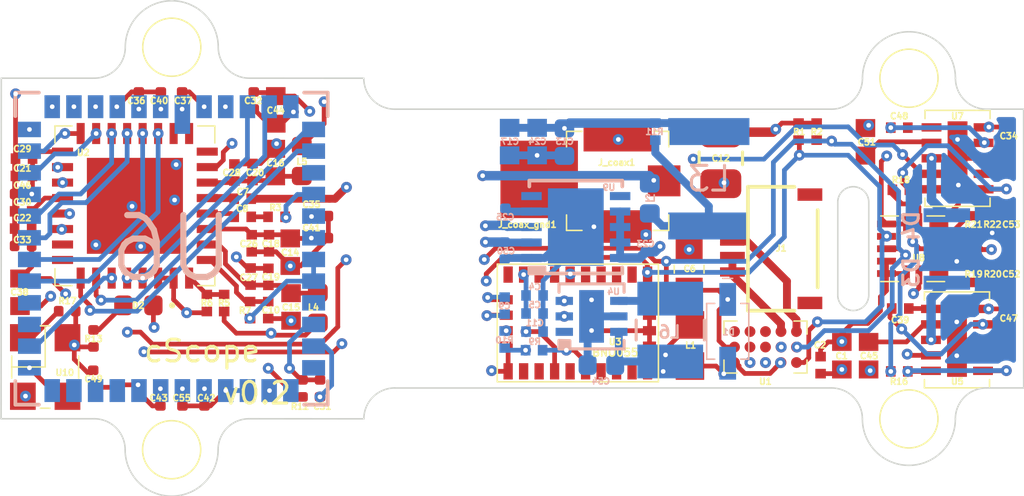
<source format=kicad_pcb>
(kicad_pcb (version 20171130) (host pcbnew "(5.1.12)-1")
  (layers (0 F.Cu signal) (1 In1.Cu power) (2 In2.Cu signal) (31 B.Cu signal) (34 B.Paste user hide) (35 F.Paste user hide) (36 B.SilkS user hide) (37 F.SilkS user hide) (38 B.Mask user hide) (39 F.Mask user hide) (44 Edge.Cuts user))
  (net 0 "")
  (net 1 GND)
  (net 2 +5V)
  (net 3 /RESET_BAR)
  (net 4 /EXTCLK)
  (net 5 /TRIGGER)
  (net 6 /STROBE)
  (net 7 /DOUT1)
  (net 8 /DOUT0)
  (net 9 +3V3)
  (net 10 "Net-(C6-Pad1)")
  (net 11 /Va)
  (net 12 /Vb)
  (net 13 "Net-(D3-PadA)")
  (net 14 /ENT1)
  (net 15 /_Wb)
  (net 16 /_Wa)
  (net 17 /CAP)
  (net 18 "Net-(D1-PadA)")
  (net 19 /EWL1)
  (net 20 /EWL2)
  (net 21 "Net-(U1-PadB3)")
  (net 22 "Net-(U1-PadB4)")
  (net 23 "Net-(U1-PadC3)")
  (net 24 "Net-(U1-PadC4)")
  (net 25 "Net-(U1-PadC5)")
  (net 26 VDDD)
  (net 27 DOUT_P)
  (net 28 PDB)
  (net 29 VDDPLL)
  (net 30 VDDCML)
  (net 31 CLK_OUT)
  (net 32 FV)
  (net 33 LV)
  (net 34 I2C_SDA)
  (net 35 I2C_SCL)
  (net 36 MODE)
  (net 37 DIN0)
  (net 38 DIN1)
  (net 39 DIN2)
  (net 40 DIN3)
  (net 41 DIN4)
  (net 42 DIN5)
  (net 43 DIN6)
  (net 44 DIN7)
  (net 45 DIN8)
  (net 46 DIN9)
  (net 47 DIN11)
  (net 48 DIN10)
  (net 49 VDDIO)
  (net 50 "Net-(C7-Pad2)")
  (net 51 "Net-(C8-Pad2)")
  (net 52 "Net-(C8-Pad1)")
  (net 53 "Net-(C39-Pad2)")
  (net 54 "Net-(C39-Pad1)")
  (net 55 "Net-(C45-Pad1)")
  (net 56 "Net-(C48-Pad2)")
  (net 57 "Net-(C48-Pad1)")
  (net 58 "Net-(C51-Pad1)")
  (net 59 "Net-(D2-Pad2)")
  (net 60 "Net-(D4-PadA)")
  (net 61 "Net-(L2-Pad2)")
  (net 62 "Net-(R9-Pad2)")
  (net 63 "Net-(R10-Pad2)")
  (net 64 "Net-(R16-Pad2)")
  (net 65 "Net-(R17-Pad2)")
  (net 66 "Net-(R18-Pad2)")
  (net 67 "Net-(U2-Pad17)")
  (net 68 "Net-(U2-Pad18)")
  (net 69 "Net-(U3-Pad27)")
  (net 70 "Net-(U3-Pad26)")
  (net 71 "Net-(U3-Pad14)")
  (net 72 "Net-(U3-Pad10)")
  (net 73 "Net-(L6-Pad1)")
  (net 74 /ENT)
  (module Connector:Conn_1x1_700_Circular_Pad_mountinghole (layer F.Cu) (at 118.10526 117.23578)
    (fp_text reference H3)
    (fp_text value MountingHole hide)
    (pad "" np_thru_hole circle (at 0 0) (size 1 1) (drill 1) (layers *.Cu *.Mask))
  )
  (module Connector:Conn_1x1_700_Circular_Pad_mountinghole (layer B.Cu) (at 118.1078 106.22788)
    (fp_text reference H3)
    (fp_text value MountingHole hide)
    (pad "" np_thru_hole circle (at 0 0) (size 1 1) (drill 1) (layers *.Cu *.Mask))
  )
  (module .Capacitor:C_0805_2012Metric_L (layer F.Cu) (at 112.0366 108.8172 270)
    (fp_text reference C12)
    (fp_text value GRM21BR61A476ME15L)
    (fp_text user %R (at 0 0 180) (layer F.SilkS) (effects (font (size 0.2 0.2) (thickness 0.05))))
    (pad 2 smd roundrect (at 0.82 0 270) (size 0.93 1.32) (layers F.Cu F.Paste F.Mask) (net 1 GND))
    (pad 1 smd roundrect (at -0.82 0 270) (size 0.93 1.32) (layers F.Cu F.Paste F.Mask) (net 9 +3V3))
  )
  (module .Package_LCC:iLCC48P70_1000X1000X135L80X40N (layer B.Cu) (at 94.31 111.734 180)
    (fp_text reference U6)
    (fp_text value MT9P031I12STM-DP)
    (fp_text user %R (at 0 0) (layer B.SilkS) (effects (font (size 2 2) (thickness 0.2)) (justify mirror)))
    (pad 18 smd rect (at -4.585 -3.85 180) (size 0.74 0.5) (layers B.Cu B.Paste B.Mask))
    (pad 17 smd rect (at -4.585 -3.15 180) (size 0.74 0.5) (layers B.Cu B.Paste B.Mask) (net 1 GND))
    (pad 16 smd rect (at -4.585 -2.45 180) (size 0.74 0.5) (layers B.Cu B.Paste B.Mask) (net 3 /RESET_BAR))
    (pad 15 smd rect (at -4.585 -1.75 180) (size 0.74 0.5) (layers B.Cu B.Paste B.Mask) (net 5 /TRIGGER))
    (pad 14 smd rect (at -4.585 -1.05 180) (size 0.74 0.5) (layers B.Cu B.Paste B.Mask) (net 49 VDDIO))
    (pad 13 smd rect (at -4.585 -0.35 180) (size 0.74 0.5) (layers B.Cu B.Paste B.Mask) (net 49 VDDIO))
    (pad 12 smd rect (at -4.585 0.35 180) (size 0.74 0.5) (layers B.Cu B.Paste B.Mask) (net 26 VDDD))
    (pad 11 smd rect (at -4.585 1.05 180) (size 0.74 0.5) (layers B.Cu B.Paste B.Mask) (net 49 VDDIO))
    (pad 10 smd rect (at -4.585 1.75 180) (size 0.74 0.5) (layers B.Cu B.Paste B.Mask) (net 1 GND))
    (pad 9 smd rect (at -4.585 2.45 180) (size 0.74 0.5) (layers B.Cu B.Paste B.Mask) (net 6 /STROBE))
    (pad 8 smd rect (at -4.585 3.15 180) (size 0.74 0.5) (layers B.Cu B.Paste B.Mask) (net 33 LV))
    (pad 7 smd rect (at -4.585 3.85 180) (size 0.74 0.5) (layers B.Cu B.Paste B.Mask) (net 32 FV))
    (pad 6 smd rect (at -3.85 4.585 90) (size 0.74 0.5) (layers B.Cu B.Paste B.Mask) (net 1 GND))
    (pad 5 smd rect (at -3.15 4.585 90) (size 0.74 0.5) (layers B.Cu B.Paste B.Mask) (net 34 I2C_SDA))
    (pad 4 smd rect (at -2.45 4.585 90) (size 0.74 0.5) (layers B.Cu B.Paste B.Mask) (net 35 I2C_SCL))
    (pad 3 smd rect (at -1.75 4.585 90) (size 0.74 0.5) (layers B.Cu B.Paste B.Mask) (net 1 GND))
    (pad 2 smd rect (at -1.05 4.585 90) (size 0.74 0.5) (layers B.Cu B.Paste B.Mask) (net 1 GND))
    (pad 1 smd rect (at -0.35 4.331 90) (size 1.248 0.5) (layers B.Cu B.Paste B.Mask) (net 49 VDDIO))
    (pad 48 smd rect (at 0.35 4.585 90) (size 0.74 0.5) (layers B.Cu B.Paste B.Mask) (net 49 VDDIO))
    (pad 47 smd rect (at 1.05 4.585 90) (size 0.74 0.5) (layers B.Cu B.Paste B.Mask) (net 26 VDDD))
    (pad 46 smd rect (at 1.75 4.585 90) (size 0.74 0.5) (layers B.Cu B.Paste B.Mask) (net 1 GND))
    (pad 45 smd rect (at 2.45 4.585 90) (size 0.74 0.5) (layers B.Cu B.Paste B.Mask) (net 46 DIN9))
    (pad 44 smd rect (at 3.15 4.585 90) (size 0.74 0.5) (layers B.Cu B.Paste B.Mask) (net 45 DIN8))
    (pad 43 smd rect (at 3.85 4.585 90) (size 0.74 0.5) (layers B.Cu B.Paste B.Mask) (net 44 DIN7))
    (pad 42 smd rect (at 4.585 3.85 180) (size 0.74 0.5) (layers B.Cu B.Paste B.Mask) (net 43 DIN6))
    (pad 41 smd rect (at 4.585 3.15 180) (size 0.74 0.5) (layers B.Cu B.Paste B.Mask) (net 42 DIN5))
    (pad 40 smd rect (at 4.585 2.45 180) (size 0.74 0.5) (layers B.Cu B.Paste B.Mask) (net 41 DIN4))
    (pad 39 smd rect (at 4.585 1.75 180) (size 0.74 0.5) (layers B.Cu B.Paste B.Mask) (net 49 VDDIO))
    (pad 38 smd rect (at 4.585 1.05 180) (size 0.74 0.5) (layers B.Cu B.Paste B.Mask) (net 40 DIN3))
    (pad 37 smd rect (at 4.585 0.35 180) (size 0.74 0.5) (layers B.Cu B.Paste B.Mask) (net 39 DIN2))
    (pad 36 smd rect (at 4.585 -0.35 180) (size 0.74 0.5) (layers B.Cu B.Paste B.Mask) (net 38 DIN1))
    (pad 35 smd rect (at 4.585 -1.05 180) (size 0.74 0.5) (layers B.Cu B.Paste B.Mask) (net 37 DIN0))
    (pad 34 smd rect (at 4.585 -1.75 180) (size 0.74 0.5) (layers B.Cu B.Paste B.Mask) (net 7 /DOUT1))
    (pad 33 smd rect (at 4.585 -2.45 180) (size 0.74 0.5) (layers B.Cu B.Paste B.Mask) (net 8 /DOUT0))
    (pad 32 smd rect (at 4.585 -3.15 180) (size 0.74 0.5) (layers B.Cu B.Paste B.Mask) (net 31 CLK_OUT))
    (pad 31 smd rect (at 4.585 -3.85 180) (size 0.74 0.5) (layers B.Cu B.Paste B.Mask) (net 4 /EXTCLK))
    (pad 30 smd rect (at 3.85 -4.585 90) (size 0.74 0.5) (layers B.Cu B.Paste B.Mask))
    (pad 29 smd rect (at 3.15 -4.585 90) (size 0.74 0.5) (layers B.Cu B.Paste B.Mask))
    (pad 28 smd rect (at 2.45 -4.585 90) (size 0.74 0.5) (layers B.Cu B.Paste B.Mask))
    (pad 27 smd rect (at 1.75 -4.585 90) (size 0.74 0.5) (layers B.Cu B.Paste B.Mask))
    (pad 26 smd rect (at 1.05 -4.585 90) (size 0.74 0.5) (layers B.Cu B.Paste B.Mask) (net 1 GND))
    (pad 25 smd rect (at 0.35 -4.585 90) (size 0.74 0.5) (layers B.Cu B.Paste B.Mask) (net 49 VDDIO))
    (pad 24 smd rect (at -0.35 -4.585 90) (size 0.74 0.5) (layers B.Cu B.Paste B.Mask) (net 49 VDDIO))
    (pad 23 smd rect (at -1.05 -4.585 90) (size 0.74 0.5) (layers B.Cu B.Paste B.Mask) (net 49 VDDIO))
    (pad 22 smd rect (at -1.75 -4.585 90) (size 0.74 0.5) (layers B.Cu B.Paste B.Mask) (net 1 GND))
    (pad 21 smd rect (at -2.45 -4.585 90) (size 0.74 0.5) (layers B.Cu B.Paste B.Mask) (net 1 GND))
    (pad 20 smd rect (at -3.15 -4.585 90) (size 0.74 0.5) (layers B.Cu B.Paste B.Mask) (net 1 GND))
    (pad 19 smd rect (at -3.85 -4.585 90) (size 0.74 0.5) (layers B.Cu B.Paste B.Mask))
  )
  (module ".Connector:FH19C-4S-0.5SH(10)" (layer F.Cu) (at 112.4112 111.7382 90)
    (fp_text reference J1 (at 0.01524 1.57358) (layer F.SilkS) (effects (font (size 0.2 0.2) (thickness 0.05))))
    (fp_text value "FH19C-4S-0.5SH(10)")
    (pad NA smd rect (at 1.75 2.5 90) (size 0.4 0.8) (layers F.Cu F.Paste F.Mask))
    (pad NA smd rect (at -1.75 2.5 90) (size 0.4 0.8) (layers F.Cu F.Paste F.Mask))
    (pad 4 smd rect (at 0.75 0 90) (size 0.3 0.8) (layers F.Cu F.Paste F.Mask) (net 20 /EWL2))
    (pad 3 smd rect (at 0.25 0 90) (size 0.3 0.8) (layers F.Cu F.Paste F.Mask) (net 20 /EWL2))
    (pad 2 smd rect (at -0.25 0 90) (size 0.3 0.8) (layers F.Cu F.Paste F.Mask) (net 19 /EWL1))
    (pad 1 smd rect (at -0.75 0 90) (size 0.3 0.8) (layers F.Cu F.Paste F.Mask) (net 19 /EWL1))
  )
  (module Capacitor:C_0201_0603Metric_L (layer F.Cu) (at 117.8266 113.6686)
    (fp_text reference C39)
    (fp_text value GRM033R61A225ME47D)
    (fp_text user %R (at -0.00388 0.37338) (layer F.SilkS) (effects (font (size 0.2 0.2) (thickness 0.05))))
    (pad 2 smd rect (at 0.275 0) (size 0.31 0.34) (layers F.Cu F.Paste F.Mask) (net 53 "Net-(C39-Pad2)"))
    (pad 1 smd rect (at -0.275 0) (size 0.31 0.34) (layers F.Cu F.Paste F.Mask) (net 54 "Net-(C39-Pad1)"))
  )
  (module .Resistor:R_0201_0603Metric_ERJ_L (layer F.Cu) (at 91.792 114.6338 270)
    (fp_text reference R13)
    (fp_text value 500)
    (fp_text user %R (at 0.01524 -0.0008 unlocked) (layer F.SilkS) (effects (font (size 0.2 0.2) (thickness 0.05))))
    (pad 2 smd roundrect (at 0.275 0 270) (size 0.31 0.34) (layers F.Cu F.Paste F.Mask) (net 49 VDDIO))
    (pad 1 smd roundrect (at -0.275 0 270) (size 0.31 0.34) (layers F.Cu F.Paste F.Mask) (net 59 "Net-(D2-Pad2)"))
  )
  (module LED_SMD:LED_0402_1005Metric (layer F.Cu) (at 93.2398 113.567 180)
    (fp_text reference D2 (at 0.00174 -0.00254) (layer F.SilkS) (effects (font (size 0.2 0.2) (thickness 0.05))))
    (fp_text value "LED 0402")
    (pad 2 smd roundrect (at 0.485 0 180) (size 0.59 0.64) (layers F.Cu F.Paste F.Mask) (net 59 "Net-(D2-Pad2)"))
    (pad 1 smd roundrect (at -0.485 0 180) (size 0.59 0.64) (layers F.Cu F.Paste F.Mask) (net 1 GND))
  )
  (module .Resistor:R_0201_0603Metric_ERJ_L (layer F.Cu) (at 98.5382 116.2488 90)
    (fp_text reference R12)
    (fp_text value 1k)
    (fp_text user %R (at -0.58464 -0.08298) (layer F.SilkS) (effects (font (size 0.2 0.2) (thickness 0.05))))
    (pad 2 smd roundrect (at 0.275 0 90) (size 0.31 0.34) (layers F.Cu F.Paste F.Mask) (net 3 /RESET_BAR))
    (pad 1 smd roundrect (at -0.275 0 90) (size 0.31 0.34) (layers F.Cu F.Paste F.Mask) (net 49 VDDIO))
  )
  (module .Capacitor:C_0201_0603Metric_L (layer F.Cu) (at 99.10218 116.2488 270)
    (fp_text reference C31)
    (fp_text value 1uF)
    (fp_text user %R (at 0.58464 -0.07694) (layer F.SilkS) (effects (font (size 0.2 0.2) (thickness 0.05))))
    (pad 2 smd roundrect (at 0.275 0 270) (size 0.31 0.34) (layers F.Cu F.Paste F.Mask) (net 1 GND))
    (pad 1 smd roundrect (at -0.275 0 270) (size 0.31 0.34) (layers F.Cu F.Paste F.Mask) (net 3 /RESET_BAR))
  )
  (module .Capacitor:C_0201_0603Metric_L (layer F.Cu) (at 89.5212 111.646 180)
    (fp_text reference C33)
    (fp_text value 1uF)
    (fp_text user %R (at 0.02456 0.19482) (layer F.SilkS) (effects (font (size 0.2 0.2) (thickness 0.05))))
    (pad 2 smd roundrect (at 0.275 0 180) (size 0.31 0.34) (layers F.Cu F.Paste F.Mask) (net 1 GND))
    (pad 1 smd roundrect (at -0.275 0 180) (size 0.31 0.34) (layers F.Cu F.Paste F.Mask) (net 26 VDDD))
  )
  (module Package_QFN:QFN_33_P50_500X500X80L40X24T310L (layer F.Cu) (at 93.128 110.3506)
    (fp_text reference U2)
    (fp_text value DS90UB913ATRTVTQ1)
    (fp_text user %R (at -1.6654 -1.71882) (layer F.SilkS) (effects (font (size 0.2 0.2) (thickness 0.05))))
    (pad 1 smd rect (at -1.75 2.335 90) (size 0.68 0.26) (layers F.Cu F.Paste F.Mask) (net 33 LV))
    (pad 2 smd rect (at -1.25 2.335 90) (size 0.68 0.26) (layers F.Cu F.Paste F.Mask) (net 32 FV))
    (pad 3 smd rect (at -0.75 2.335 90) (size 0.68 0.26) (layers F.Cu F.Paste F.Mask) (net 31 CLK_OUT))
    (pad 4 smd rect (at -0.25 2.335 90) (size 0.68 0.26) (layers F.Cu F.Paste F.Mask) (net 35 I2C_SCL))
    (pad 5 smd rect (at 0.25 2.335 90) (size 0.68 0.26) (layers F.Cu F.Paste F.Mask) (net 34 I2C_SDA))
    (pad 6 smd rect (at 0.75 2.335 90) (size 0.68 0.26) (layers F.Cu F.Paste F.Mask) (net 1 GND))
    (pad 7 smd rect (at 1.25 2.335 90) (size 0.68 0.26) (layers F.Cu F.Paste F.Mask) (net 1 GND))
    (pad 8 smd rect (at 1.75 2.335 90) (size 0.68 0.26) (layers F.Cu F.Paste F.Mask) (net 36 MODE))
    (pad 9 smd rect (at 2.335 1.75) (size 0.68 0.26) (layers F.Cu F.Paste F.Mask) (net 28 PDB))
    (pad 10 smd rect (at 2.335 1.25) (size 0.68 0.26) (layers F.Cu F.Paste F.Mask) (net 29 VDDPLL))
    (pad 11 smd rect (at 2.335 0.75) (size 0.68 0.26) (layers F.Cu F.Paste F.Mask) (net 26 VDDD))
    (pad 12 smd rect (at 2.335 0.25) (size 0.68 0.26) (layers F.Cu F.Paste F.Mask) (net 51 "Net-(C8-Pad2)"))
    (pad 13 smd rect (at 2.335 -0.25) (size 0.68 0.26) (layers F.Cu F.Paste F.Mask) (net 50 "Net-(C7-Pad2)"))
    (pad 14 smd rect (at 2.335 -0.75) (size 0.68 0.26) (layers F.Cu F.Paste F.Mask) (net 30 VDDCML))
    (pad 15 smd rect (at 2.335 -1.25) (size 0.68 0.26) (layers F.Cu F.Paste F.Mask) (net 74 /ENT))
    (pad 16 smd rect (at 2.335 -1.75) (size 0.68 0.26) (layers F.Cu F.Paste F.Mask) (net 14 /ENT1))
    (pad 17 smd rect (at 1.75 -2.335 90) (size 0.68 0.26) (layers F.Cu F.Paste F.Mask) (net 67 "Net-(U2-Pad17)"))
    (pad 18 smd rect (at 1.25 -2.335 90) (size 0.68 0.26) (layers F.Cu F.Paste F.Mask) (net 68 "Net-(U2-Pad18)"))
    (pad 19 smd rect (at 0.75 -2.335 90) (size 0.68 0.26) (layers F.Cu F.Paste F.Mask) (net 37 DIN0))
    (pad 20 smd rect (at 0.25 -2.335 90) (size 0.68 0.26) (layers F.Cu F.Paste F.Mask) (net 38 DIN1))
    (pad 21 smd rect (at -0.25 -2.335 90) (size 0.68 0.26) (layers F.Cu F.Paste F.Mask) (net 39 DIN2))
    (pad 22 smd rect (at -0.75 -2.335 90) (size 0.68 0.26) (layers F.Cu F.Paste F.Mask) (net 40 DIN3))
    (pad 23 smd rect (at -1.25 -2.335 90) (size 0.68 0.26) (layers F.Cu F.Paste F.Mask) (net 41 DIN4))
    (pad 24 smd rect (at -1.75 -2.335 90) (size 0.68 0.26) (layers F.Cu F.Paste F.Mask) (net 42 DIN5))
    (pad 25 smd rect (at -2.335 -1.75) (size 0.68 0.26) (layers F.Cu F.Paste F.Mask) (net 49 VDDIO))
    (pad 26 smd rect (at -2.335 -1.25) (size 0.68 0.26) (layers F.Cu F.Paste F.Mask) (net 43 DIN6))
    (pad 27 smd rect (at -2.335 -0.75) (size 0.68 0.26) (layers F.Cu F.Paste F.Mask) (net 44 DIN7))
    (pad 28 smd rect (at -2.335 -0.25) (size 0.68 0.26) (layers F.Cu F.Paste F.Mask) (net 26 VDDD))
    (pad 29 smd rect (at -2.335 0.25) (size 0.68 0.26) (layers F.Cu F.Paste F.Mask) (net 45 DIN8))
    (pad 30 smd rect (at -2.335 0.75) (size 0.68 0.26) (layers F.Cu F.Paste F.Mask) (net 46 DIN9))
    (pad 31 smd rect (at -2.335 1.25) (size 0.68 0.26) (layers F.Cu F.Paste F.Mask) (net 48 DIN10))
    (pad 32 smd rect (at -2.335 1.75) (size 0.68 0.26) (layers F.Cu F.Paste F.Mask) (net 47 DIN11))
    (pad 33 smd rect (at 0 0) (size 3.1 3.1) (layers F.Cu F.Paste F.Mask) (net 1 GND))
  )
  (module .Resistor:R_0201_0603Metric_ERJ_L (layer F.Cu) (at 90.9436 113.7542 180)
    (fp_text reference R17)
    (fp_text value DNL)
    (fp_text user %R (at -0.00846 0.33198) (layer F.SilkS) (effects (font (size 0.2 0.2) (thickness 0.05))))
    (pad 2 smd roundrect (at 0.275 0 180) (size 0.31 0.34) (layers F.Cu F.Paste F.Mask) (net 65 "Net-(R17-Pad2)"))
    (pad 1 smd roundrect (at -0.275 0 180) (size 0.31 0.34) (layers F.Cu F.Paste F.Mask) (net 49 VDDIO))
  )
  (module .Capacitor:C_0201_0603Metric_L (layer F.Cu) (at 91.7818 115.9386 270)
    (fp_text reference C49)
    (fp_text value 10nF)
    (fp_text user %R (at 0.0033 -0.011 unlocked) (layer F.SilkS) (effects (font (size 0.2 0.2) (thickness 0.05))))
    (pad 2 smd roundrect (at 0.275 0 270) (size 0.31 0.34) (layers F.Cu F.Paste F.Mask) (net 1 GND))
    (pad 1 smd roundrect (at -0.275 0 270) (size 0.31 0.34) (layers F.Cu F.Paste F.Mask) (net 49 VDDIO))
  )
  (module .Capacitor:C_0201_0603Metric_L (layer F.Cu) (at 94.6622 116.5388 270)
    (fp_text reference C55)
    (fp_text value 0.1uF)
    (fp_text user %R (at 0.02032 0.02206 180) (layer F.SilkS) (effects (font (size 0.2 0.2) (thickness 0.05))))
    (pad 2 smd roundrect (at 0.275 0 270) (size 0.31 0.34) (layers F.Cu F.Paste F.Mask) (net 1 GND))
    (pad 1 smd roundrect (at -0.275 0 270) (size 0.31 0.34) (layers F.Cu F.Paste F.Mask) (net 49 VDDIO))
  )
  (module .Capacitor:C_0201_0603Metric_L (layer F.Cu) (at 95.3734 116.5388 270)
    (fp_text reference C42)
    (fp_text value 0.1uF)
    (fp_text user %R (at 0.02032 -0.05922 180) (layer F.SilkS) (effects (font (size 0.2 0.2) (thickness 0.05))))
    (pad 2 smd roundrect (at 0.275 0 270) (size 0.31 0.34) (layers F.Cu F.Paste F.Mask) (net 1 GND))
    (pad 1 smd roundrect (at -0.275 0 270) (size 0.31 0.34) (layers F.Cu F.Paste F.Mask) (net 49 VDDIO))
  )
  (module .Capacitor:C_0201_0603Metric_L (layer F.Cu) (at 94.652 106.947 90)
    (fp_text reference C37)
    (fp_text value 0.1uF)
    (fp_text user %R (at -0.01092 0.0364 180) (layer F.SilkS) (effects (font (size 0.2 0.2) (thickness 0.05))))
    (pad 2 smd roundrect (at 0.275 0 90) (size 0.31 0.34) (layers F.Cu F.Paste F.Mask) (net 1 GND))
    (pad 1 smd roundrect (at -0.275 0 90) (size 0.31 0.34) (layers F.Cu F.Paste F.Mask) (net 49 VDDIO))
  )
  (module .Capacitor:C_0201_0603Metric_L (layer F.Cu) (at 96.9634 106.947 270)
    (fp_text reference C32)
    (fp_text value 1uF)
    (fp_text user %R (at 0.00838 0.0144 180) (layer F.SilkS) (effects (font (size 0.2 0.2) (thickness 0.05))))
    (pad 2 smd roundrect (at 0.275 0 270) (size 0.31 0.34) (layers F.Cu F.Paste F.Mask) (net 1 GND))
    (pad 1 smd roundrect (at -0.275 0 270) (size 0.31 0.34) (layers F.Cu F.Paste F.Mask) (net 49 VDDIO))
  )
  (module .Capacitor:C_0201_0603Metric_L (layer F.Cu) (at 89.5212 109.9696 180)
    (fp_text reference C46)
    (fp_text value 0.1uF)
    (fp_text user %R (at 0.02456 0.27864) (layer F.SilkS) (effects (font (size 0.2 0.2) (thickness 0.05))))
    (pad 2 smd roundrect (at 0.275 0 180) (size 0.31 0.34) (layers F.Cu F.Paste F.Mask) (net 1 GND))
    (pad 1 smd roundrect (at -0.275 0 180) (size 0.31 0.34) (layers F.Cu F.Paste F.Mask) (net 49 VDDIO))
  )
  (module .Capacitor:C_0201_0603Metric_L (layer F.Cu) (at 93.951 116.5388 270)
    (fp_text reference C43)
    (fp_text value 0.1uF)
    (fp_text user %R (at 0.02032 0.05762 unlocked) (layer F.SilkS) (effects (font (size 0.2 0.2) (thickness 0.05))))
    (pad 2 smd roundrect (at 0.275 0 270) (size 0.31 0.34) (layers F.Cu F.Paste F.Mask) (net 1 GND))
    (pad 1 smd roundrect (at -0.275 0 270) (size 0.31 0.34) (layers F.Cu F.Paste F.Mask) (net 49 VDDIO))
  )
  (module .Capacitor:C_0201_0603Metric_L (layer F.Cu) (at 93.9662 106.947 90)
    (fp_text reference C40)
    (fp_text value 0.1uF)
    (fp_text user %R (at -0.01092 -0.05758 180) (layer F.SilkS) (effects (font (size 0.2 0.2) (thickness 0.05))))
    (pad 2 smd roundrect (at 0.275 0 90) (size 0.31 0.34) (layers F.Cu F.Paste F.Mask) (net 1 GND))
    (pad 1 smd roundrect (at -0.275 0 90) (size 0.31 0.34) (layers F.Cu F.Paste F.Mask) (net 49 VDDIO))
  )
  (module .Capacitor:C_0201_0603Metric_L (layer F.Cu) (at 99.097 110.6808)
    (fp_text reference C35)
    (fp_text value 0.1uF)
    (fp_text user %R (at -0.2684 -0.37262) (layer F.SilkS) (effects (font (size 0.2 0.2) (thickness 0.05))))
    (pad 2 smd roundrect (at 0.275 0) (size 0.31 0.34) (layers F.Cu F.Paste F.Mask) (net 1 GND))
    (pad 1 smd roundrect (at -0.275 0) (size 0.31 0.34) (layers F.Cu F.Paste F.Mask) (net 49 VDDIO))
  )
  (module .Capacitor:C_0201_0603Metric_L (layer F.Cu) (at 99.097 111.392)
    (fp_text reference C41)
    (fp_text value 0.1uF)
    (fp_text user %R (at -0.2684 -0.3269) (layer F.SilkS) (effects (font (size 0.2 0.2) (thickness 0.05))))
    (pad 2 smd roundrect (at 0.275 0) (size 0.31 0.34) (layers F.Cu F.Paste F.Mask) (net 1 GND))
    (pad 1 smd roundrect (at -0.275 0) (size 0.31 0.34) (layers F.Cu F.Paste F.Mask) (net 26 VDDD))
  )
  (module .Capacitor:C_0201_0603Metric_L (layer F.Cu) (at 93.255 106.947 90)
    (fp_text reference C36)
    (fp_text value 0.1uF)
    (fp_text user %R (at -0.01092 -0.08298 180) (layer F.SilkS) (effects (font (size 0.2 0.2) (thickness 0.05))))
    (pad 2 smd roundrect (at 0.275 0 90) (size 0.31 0.34) (layers F.Cu F.Paste F.Mask) (net 1 GND))
    (pad 1 smd roundrect (at -0.275 0 90) (size 0.31 0.34) (layers F.Cu F.Paste F.Mask) (net 26 VDDD))
  )
  (module .Package_QFN:DFN10_3x3_11P50_300X300X100L40X24T250X180N (layer B.Cu) (at 107.3566 111.0364 90)
    (fp_text reference U9)
    (fp_text value NCV8154MW180280TBG)
    (fp_text user %R (at 1.2794 1.06812 180) (layer B.SilkS) (effects (font (size 0.2 0.2) (thickness 0.05)) (justify mirror)))
    (pad 11 smd rect (at 0 0) (size 1.8 2.5) (layers B.Cu B.Mask) (net 1 GND))
    (pad 10 smd rect (at -1 1.43) (size 0.66 0.26) (layers B.Cu B.Paste B.Mask) (net 9 +3V3))
    (pad 9 smd rect (at -0.5 1.43) (size 0.66 0.26) (layers B.Cu B.Paste B.Mask) (net 9 +3V3))
    (pad 8 smd rect (at 0 1.43) (size 0.66 0.26) (layers B.Cu B.Paste B.Mask) (net 9 +3V3))
    (pad 7 smd rect (at 0.5 1.43) (size 0.66 0.26) (layers B.Cu B.Paste B.Mask) (net 9 +3V3))
    (pad 6 smd rect (at 1 1.43) (size 0.66 0.26) (layers B.Cu B.Paste B.Mask))
    (pad 5 smd rect (at 1 -1.43) (size 0.66 0.26) (layers B.Cu B.Paste B.Mask))
    (pad 4 smd rect (at 0.5 -1.43) (size 0.66 0.26) (layers B.Cu B.Paste B.Mask) (net 1 GND))
    (pad 3 smd rect (at 0 -1.43) (size 0.66 0.26) (layers B.Cu B.Paste B.Mask) (net 49 VDDIO))
    (pad 2 smd rect (at -0.5 -1.43) (size 0.66 0.26) (layers B.Cu B.Paste B.Mask) (net 26 VDDD))
    (pad 1 smd rect (at -1 -1.43) (size 0.66 0.26) (layers B.Cu B.Paste B.Mask) (net 1 GND))
  )
  (module .Package_SON:SON_7P50_200X200X57L35X24T170X80N (layer B.Cu) (at 107.8646 113.9226 90)
    (fp_text reference U4)
    (fp_text value SC189ZULTRT)
    (fp_text user %R (at 0.8001 0.70998 180) (layer B.SilkS) (effects (font (size 0.2 0.2) (thickness 0.05)) (justify mirror)))
    (pad 7 smd rect (at 0 0) (size 0.8 1.7) (layers B.Cu B.Paste B.Mask) (net 1 GND))
    (pad 6 smd rect (at -0.5 0.88) (size 0.56 0.26) (layers B.Cu B.Paste B.Mask) (net 9 +3V3))
    (pad 5 smd rect (at 0 0.88) (size 0.56 0.26) (layers B.Cu B.Paste B.Mask) (net 1 GND))
    (pad 4 smd rect (at 0.5 0.88) (size 0.56 0.26) (layers B.Cu B.Paste B.Mask) (net 73 "Net-(L6-Pad1)"))
    (pad 3 smd rect (at 0.5 -0.88) (size 0.56 0.26) (layers B.Cu B.Paste B.Mask) (net 2 +5V))
    (pad 2 smd rect (at 0 -0.88) (size 0.56 0.26) (layers B.Cu B.Paste B.Mask) (net 2 +5V))
    (pad 1 smd rect (at -0.5 -0.88) (size 0.56 0.26) (layers B.Cu B.Paste B.Mask))
  )
  (module .Inductor:L_1008_2520Metric_L (layer B.Cu) (at 110.4046 114.3638 270)
    (fp_text reference L6)
    (fp_text value LQM2HPN1R0MG0)
    (fp_text user %R (at 0.06426 0.02408 180) (layer B.SilkS) (effects (font (size 0.4 0.4) (thickness 0.08)) (justify mirror)))
    (pad 2 smd rect (at 1.015 0 270) (size 1.09 2.12) (layers B.Cu B.Paste B.Mask) (net 9 +3V3))
    (pad 1 smd rect (at -1.015 0 270) (size 1.09 2.12) (layers B.Cu B.Paste B.Mask) (net 73 "Net-(L6-Pad1)"))
  )
  (module .Capacitor:C_0402_1005Metric_L (layer B.Cu) (at 108.1826 115.4974 180)
    (fp_text reference C54)
    (fp_text value 22uF)
    (fp_text user %R (at 0.01696 -0.51816) (layer B.SilkS) (effects (font (size 0.2 0.2) (thickness 0.05)) (justify mirror)))
    (pad 2 smd roundrect (at 0.445 0 180) (size 0.58 0.63) (layers B.Cu B.Paste B.Mask) (net 1 GND))
    (pad 1 smd roundrect (at -0.445 0 180) (size 0.58 0.63) (layers B.Cu B.Paste B.Mask) (net 9 +3V3))
  )
  (module .Capacitor:C_0201_0603Metric_L (layer B.Cu) (at 105.0604 111.7984 270)
    (fp_text reference C50)
    (fp_text value 1uF)
    (fp_text user %R (at 0.0127 -0.04324) (layer B.SilkS) (effects (font (size 0.2 0.2) (thickness 0.05)) (justify mirror)))
    (pad 2 smd roundrect (at 0.275 0 270) (size 0.31 0.34) (layers B.Cu B.Paste B.Mask) (net 1 GND))
    (pad 1 smd roundrect (at -0.275 0 270) (size 0.31 0.34) (layers B.Cu B.Paste B.Mask) (net 26 VDDD))
  )
  (module .Capacitor:C_0201_0603Metric_L (layer B.Cu) (at 105.0858 110.7062 90)
    (fp_text reference C25)
    (fp_text value 1uF)
    (fp_text user %R (at -0.01016 -0.00566 180) (layer B.SilkS) (effects (font (size 0.2 0.2) (thickness 0.05)) (justify mirror)))
    (pad 2 smd roundrect (at 0.275 0 90) (size 0.31 0.34) (layers B.Cu B.Paste B.Mask) (net 1 GND))
    (pad 1 smd roundrect (at -0.275 0 90) (size 0.31 0.34) (layers B.Cu B.Paste B.Mask) (net 49 VDDIO))
  )
  (module .Capacitor:C_0201_0603Metric_L (layer B.Cu) (at 109.6172 111.5604 90)
    (fp_text reference C23)
    (fp_text value 1uF)
    (fp_text user %R (at -0.02032 -0.00884 180) (layer B.SilkS) (effects (font (size 0.2 0.2) (thickness 0.05)) (justify mirror)))
    (pad 2 smd roundrect (at 0.275 0 90) (size 0.31 0.34) (layers B.Cu B.Paste B.Mask) (net 1 GND))
    (pad 1 smd roundrect (at -0.275 0 90) (size 0.31 0.34) (layers B.Cu B.Paste B.Mask) (net 9 +3V3))
  )
  (module .Capacitor:C_0402_1005Metric_L (layer B.Cu) (at 106.9908 108.2932 270)
    (fp_text reference C13)
    (fp_text value 10uF)
    (fp_text user %R (at -0.0221 -0.00644 180) (layer B.SilkS) (effects (font (size 0.2 0.2) (thickness 0.05)) (justify mirror)))
    (pad 2 smd roundrect (at 0.445 0 270) (size 0.58 0.63) (layers B.Cu B.Paste B.Mask) (net 1 GND))
    (pad 1 smd roundrect (at -0.445 0 270) (size 0.58 0.63) (layers B.Cu B.Paste B.Mask) (net 2 +5V))
  )
  (module Inductor_SMD:L_0402_1005Metric (layer B.Cu) (at 109.7442 110.1126 270)
    (fp_text reference L2 (at -0.00762 -0.01402 180) (layer B.SilkS) (effects (font (size 0.2 0.2) (thickness 0.05)) (justify mirror)))
    (fp_text value BLM15HD102SN1D)
    (pad 1 smd roundrect (at -0.485 0 270) (size 0.59 0.64) (layers B.Cu B.Paste B.Mask) (net 27 DOUT_P))
    (pad 2 smd roundrect (at 0.485 0 270) (size 0.59 0.64) (layers B.Cu B.Paste B.Mask) (net 61 "Net-(L2-Pad2)"))
  )
  (module BNO055:LGA28R50P4X10_380X520X100 (layer F.Cu) (at 107.4226 114.1352)
    (fp_text reference U3 (at 1.2065 0.60782) (layer F.SilkS) (effects (font (size 0.2 0.2) (thickness 0.05))))
    (fp_text value BNO055 (at 1.2065 0.95504 180) (layer F.SilkS) (effects (font (size 0.25 0.25) (thickness 0.05))))
    (pad 28 smd rect (at -1.75 -1.5625 180) (size 0.3 0.525) (layers F.Cu F.Paste F.Mask) (net 9 +3V3))
    (pad 27 smd rect (at -1.25 -1.5625 180) (size 0.3 0.525) (layers F.Cu F.Paste F.Mask) (net 69 "Net-(U3-Pad27)"))
    (pad 26 smd rect (at -0.75 -1.5625 180) (size 0.3 0.525) (layers F.Cu F.Paste F.Mask) (net 70 "Net-(U3-Pad26)"))
    (pad 25 smd rect (at -0.25 -1.5625 180) (size 0.3 0.525) (layers F.Cu F.Paste F.Mask) (net 1 GND))
    (pad 24 smd rect (at 0.25 -1.5625 180) (size 0.3 0.525) (layers F.Cu F.Paste F.Mask))
    (pad 23 smd rect (at 0.75 -1.5625 180) (size 0.3 0.525) (layers F.Cu F.Paste F.Mask))
    (pad 22 smd rect (at 1.25 -1.5625 180) (size 0.3 0.525) (layers F.Cu F.Paste F.Mask))
    (pad 21 smd rect (at 1.75 -1.5625 180) (size 0.3 0.525) (layers F.Cu F.Paste F.Mask))
    (pad 20 smd rect (at 2.25 -1.5625 180) (size 0.3 0.525) (layers F.Cu F.Paste F.Mask) (net 34 I2C_SDA))
    (pad 19 smd rect (at 2.3125 -0.75 270) (size 0.3 0.425) (layers F.Cu F.Paste F.Mask) (net 35 I2C_SCL))
    (pad 18 smd rect (at 2.3125 -0.25 270) (size 0.3 0.425) (layers F.Cu F.Paste F.Mask) (net 1 GND))
    (pad 17 smd rect (at 2.3125 0.25 270) (size 0.3 0.425) (layers F.Cu F.Paste F.Mask) (net 1 GND))
    (pad 16 smd rect (at 2.3125 0.75 270) (size 0.3 0.425) (layers F.Cu F.Paste F.Mask) (net 1 GND))
    (pad 15 smd rect (at 2.25 1.5625 180) (size 0.3 0.525) (layers F.Cu F.Paste F.Mask) (net 1 GND))
    (pad 14 smd rect (at 1.75 1.5625 180) (size 0.3 0.525) (layers F.Cu F.Paste F.Mask) (net 71 "Net-(U3-Pad14)"))
    (pad 13 smd rect (at 1.25 1.5625 180) (size 0.3 0.525) (layers F.Cu F.Paste F.Mask))
    (pad 12 smd rect (at 0.75 1.5625 180) (size 0.3 0.525) (layers F.Cu F.Paste F.Mask))
    (pad 11 smd rect (at 0.25 1.5625 180) (size 0.3 0.525) (layers F.Cu F.Paste F.Mask) (net 62 "Net-(R9-Pad2)"))
    (pad 10 smd rect (at -0.25 1.5625 180) (size 0.3 0.525) (layers F.Cu F.Paste F.Mask) (net 72 "Net-(U3-Pad10)"))
    (pad 9 smd rect (at -0.75 1.5625 180) (size 0.3 0.525) (layers F.Cu F.Paste F.Mask) (net 17 /CAP))
    (pad 8 smd rect (at -1.25 1.5625 180) (size 0.3 0.525) (layers F.Cu F.Paste F.Mask))
    (pad 7 smd rect (at -1.75 1.5625 180) (size 0.3 0.525) (layers F.Cu F.Paste F.Mask))
    (pad 6 smd rect (at -2.25 1.5625 180) (size 0.3 0.525) (layers F.Cu F.Paste F.Mask) (net 1 GND))
    (pad 5 smd rect (at -2.3125 0.75 270) (size 0.3 0.425) (layers F.Cu F.Paste F.Mask) (net 1 GND))
    (pad 4 smd rect (at -2.3125 0.25 270) (size 0.3 0.425) (layers F.Cu F.Paste F.Mask) (net 63 "Net-(R10-Pad2)"))
    (pad 3 smd rect (at -2.3125 -0.25 270) (size 0.3 0.425) (layers F.Cu F.Paste F.Mask) (net 9 +3V3))
    (pad 2 smd rect (at -2.3125 -0.75 270) (size 0.3 0.425) (layers F.Cu F.Paste F.Mask) (net 1 GND))
    (pad 1 smd rect (at -2.25 -1.5625 180) (size 0.3 0.525) (layers F.Cu F.Paste F.Mask))
  )
  (module .Resistor:R_0201_0603Metric_ERJ_L (layer B.Cu) (at 109.922 107.9536 270)
    (fp_text reference R11)
    (fp_text value ERJ-1GNF1801C)
    (fp_text user %R (at 0.00508 0.02916 180) (layer B.SilkS) (effects (font (size 0.2 0.2) (thickness 0.05)) (justify mirror)))
    (pad 1 smd rect (at -0.275 0 270) (size 0.31 0.34) (layers B.Cu B.Paste B.Mask) (net 2 +5V))
    (pad 2 smd rect (at 0.275 0 270) (size 0.31 0.34) (layers B.Cu B.Paste B.Mask) (net 61 "Net-(L2-Pad2)"))
  )
  (module .Inductor:L_1210_3225Metric_L (layer B.Cu) (at 111.6492 109.4776 90)
    (fp_text reference L3)
    (fp_text value ADL3225V-470MT-TL000)
    (fp_text user %R (at 0 -0.00762) (layer B.SilkS) (effects (font (size 0.8 0.8) (thickness 0.1)) (justify mirror)))
    (pad 2 smd rect (at 1.525 0 90) (size 0.87 2.62) (layers B.Cu B.Paste B.Mask) (net 2 +5V))
    (pad 1 smd rect (at -1.525 0 90) (size 0.87 2.62) (layers B.Cu B.Paste B.Mask) (net 61 "Net-(L2-Pad2)"))
  )
  (module .Capacitor:C_0402_1005Metric_L (layer B.Cu) (at 105.22048 108.2761 270)
    (fp_text reference C17)
    (fp_text value GRM155R60J106ME15D)
    (fp_text user %R (at -0.00254 -0.01146) (layer B.SilkS) (effects (font (size 0.2 0.2) (thickness 0.05)) (justify mirror)))
    (pad 2 smd rect (at 0.445 0 270) (size 0.58 0.63) (layers B.Cu B.Paste B.Mask) (net 1 GND))
    (pad 1 smd rect (at -0.445 0 270) (size 0.58 0.63) (layers B.Cu B.Paste B.Mask) (net 2 +5V))
  )
  (module .Capacitor:C_0402_1005Metric_L (layer F.Cu) (at 97.6594 108.9536 90)
    (fp_text reference C16)
    (fp_text value GRM155R60J106ME15D)
    (fp_text user %R (at -0.01346 0.00508) (layer F.SilkS) (effects (font (size 0.2 0.2) (thickness 0.05))))
    (pad 2 smd rect (at 0.445 0 90) (size 0.58 0.63) (layers F.Cu F.Paste F.Mask) (net 1 GND))
    (pad 1 smd rect (at -0.445 0 90) (size 0.58 0.63) (layers F.Cu F.Paste F.Mask) (net 30 VDDCML))
  )
  (module .Capacitor:C_0402_1005Metric_L (layer B.Cu) (at 106.10948 108.2761 270)
    (fp_text reference C24)
    (fp_text value GRM155R60J106ME15D)
    (fp_text user %R (at -0.005 -0.00892) (layer B.SilkS) (effects (font (size 0.2 0.2) (thickness 0.05)) (justify mirror)))
    (pad 1 smd rect (at -0.445 0 270) (size 0.58 0.63) (layers B.Cu B.Paste B.Mask) (net 2 +5V))
    (pad 2 smd rect (at 0.445 0 270) (size 0.58 0.63) (layers B.Cu B.Paste B.Mask) (net 1 GND))
  )
  (module .Capacitor:C_0402_1005Metric_L (layer F.Cu) (at 98.142 111.8492 270)
    (fp_text reference C14)
    (fp_text value GRM155R60J475ME87D)
    (fp_text user %R (at 0.01092 0.00174 180) (layer F.SilkS) (effects (font (size 0.2 0.2) (thickness 0.05))))
    (pad 1 smd rect (at -0.445 0 270) (size 0.58 0.63) (layers F.Cu F.Paste F.Mask) (net 26 VDDD))
    (pad 2 smd rect (at 0.445 0 270) (size 0.58 0.63) (layers F.Cu F.Paste F.Mask) (net 1 GND))
  )
  (module .Capacitor:C_0201_0603Metric_L (layer F.Cu) (at 97.4562 111.5604 270)
    (fp_text reference C18)
    (fp_text value GRM033R61A104ME15D)
    (fp_text user %R (at 0.01778 -0.05922 180) (layer F.SilkS) (effects (font (size 0.2 0.2) (thickness 0.05))))
    (pad 2 smd rect (at 0.275 0 270) (size 0.31 0.34) (layers F.Cu F.Paste F.Mask) (net 1 GND))
    (pad 1 smd rect (at -0.275 0 270) (size 0.31 0.34) (layers F.Cu F.Paste F.Mask) (net 26 VDDD))
  )
  (module .Capacitor:C_0201_0603Metric_L (layer F.Cu) (at 96.8974 111.5604 270)
    (fp_text reference C26)
    (fp_text value GRM033R71A103KA01D)
    (fp_text user %R (at 0.02032 0.094312 180) (layer F.SilkS) (effects (font (size 0.2 0.2) (thickness 0.05))))
    (pad 1 smd rect (at -0.275 0 270) (size 0.31 0.34) (layers F.Cu F.Paste F.Mask) (net 26 VDDD))
    (pad 2 smd rect (at 0.275 0 270) (size 0.31 0.34) (layers F.Cu F.Paste F.Mask) (net 1 GND))
  )
  (module .Capacitor:C_0201_0603Metric_L (layer F.Cu) (at 89.5466 109.3854 180)
    (fp_text reference C21)
    (fp_text value GRM033R61A104ME15D)
    (fp_text user %R (at 0.04996 0.24562 180) (layer F.SilkS) (effects (font (size 0.2 0.2) (thickness 0.05))))
    (pad 2 smd rect (at 0.275 0 180) (size 0.31 0.34) (layers F.Cu F.Paste F.Mask) (net 1 GND))
    (pad 1 smd rect (at -0.275 0 180) (size 0.31 0.34) (layers F.Cu F.Paste F.Mask) (net 49 VDDIO))
  )
  (module .Capacitor:C_0201_0603Metric_L (layer F.Cu) (at 89.551 108.8266 180)
    (fp_text reference C29)
    (fp_text value GRM033R71A103KA01D)
    (fp_text user %R (at 0.05436 0.3142 180) (layer F.SilkS) (effects (font (size 0.2 0.2) (thickness 0.05))))
    (pad 1 smd rect (at -0.275 0 180) (size 0.31 0.34) (layers F.Cu F.Paste F.Mask) (net 49 VDDIO))
    (pad 2 smd rect (at 0.275 0 180) (size 0.31 0.34) (layers F.Cu F.Paste F.Mask) (net 1 GND))
  )
  (module .Capacitor:C_0402_1005Metric_L (layer F.Cu) (at 98.1674 113.6178 270)
    (fp_text reference C15)
    (fp_text value GRM155R60J475ME87D)
    (fp_text user %R (at 0.0127 -0.0008 180) (layer F.SilkS) (effects (font (size 0.2 0.2) (thickness 0.05))))
    (pad 1 smd rect (at -0.445 0 270) (size 0.58 0.63) (layers F.Cu F.Paste F.Mask) (net 29 VDDPLL))
    (pad 2 smd rect (at 0.445 0 270) (size 0.58 0.63) (layers F.Cu F.Paste F.Mask) (net 1 GND))
  )
  (module .Capacitor:C_0201_0603Metric_L (layer F.Cu) (at 97.4358 112.646 90)
    (fp_text reference C19)
    (fp_text value GRM033R61A104ME15D)
    (fp_text user %R (at -0.0066 0.07962 180) (layer F.SilkS) (effects (font (size 0.2 0.2) (thickness 0.05))))
    (pad 2 smd rect (at 0.275 0 90) (size 0.31 0.34) (layers F.Cu F.Paste F.Mask) (net 1 GND))
    (pad 1 smd rect (at -0.275 0 90) (size 0.31 0.34) (layers F.Cu F.Paste F.Mask) (net 29 VDDPLL))
  )
  (module .Capacitor:C_0201_0603Metric_L (layer F.Cu) (at 96.8618 112.6366 90)
    (fp_text reference C27)
    (fp_text value GRM033R71A103KA01D)
    (fp_text user %R (at -0.03378 -0.058712 180) (layer F.SilkS) (effects (font (size 0.2 0.2) (thickness 0.05))))
    (pad 1 smd rect (at -0.275 0 90) (size 0.31 0.34) (layers F.Cu F.Paste F.Mask) (net 29 VDDPLL))
    (pad 2 smd rect (at 0.275 0 90) (size 0.31 0.34) (layers F.Cu F.Paste F.Mask) (net 1 GND))
  )
  (module .Capacitor:C_0201_0603Metric_L (layer F.Cu) (at 96.9228 109.2584 90)
    (fp_text reference C20)
    (fp_text value GRM033R61A104ME15D)
    (fp_text user %R (at -0.02362 0.08208) (layer F.SilkS) (effects (font (size 0.2 0.2) (thickness 0.05))))
    (pad 2 smd rect (at 0.275 0 90) (size 0.31 0.34) (layers F.Cu F.Paste F.Mask) (net 1 GND))
    (pad 1 smd rect (at -0.275 0 90) (size 0.31 0.34) (layers F.Cu F.Paste F.Mask) (net 30 VDDCML))
  )
  (module .Capacitor:C_0201_0603Metric_L (layer F.Cu) (at 96.3386 109.2744 90)
    (fp_text reference C28)
    (fp_text value GRM033R71A103KA01D)
    (fp_text user %R (at -0.00762 -0.0881) (layer F.SilkS) (effects (font (size 0.2 0.2) (thickness 0.05))))
    (pad 1 smd rect (at -0.275 0 90) (size 0.31 0.34) (layers F.Cu F.Paste F.Mask) (net 30 VDDCML))
    (pad 2 smd rect (at 0.275 0 90) (size 0.31 0.34) (layers F.Cu F.Paste F.Mask) (net 1 GND))
  )
  (module .Capacitor:C_0201_0603Metric_L (layer F.Cu) (at 89.5212 111.0872 180)
    (fp_text reference C22)
    (fp_text value GRM033R61A104ME15D)
    (fp_text user %R (at 0.02456 0.3429) (layer F.SilkS) (effects (font (size 0.2 0.2) (thickness 0.05))))
    (pad 2 smd rect (at 0.275 0 180) (size 0.31 0.34) (layers F.Cu F.Paste F.Mask) (net 1 GND))
    (pad 1 smd rect (at -0.275 0 180) (size 0.31 0.34) (layers F.Cu F.Paste F.Mask) (net 26 VDDD))
  )
  (module .Capacitor:C_0201_0603Metric_L (layer F.Cu) (at 89.5212 110.5284 180)
    (fp_text reference C30)
    (fp_text value GRM033R71A103KA01D)
    (fp_text user %R (at 0.02456 0.29642 180) (layer F.SilkS) (effects (font (size 0.2 0.2) (thickness 0.05))))
    (pad 1 smd rect (at -0.275 0 180) (size 0.31 0.34) (layers F.Cu F.Paste F.Mask) (net 26 VDDD))
    (pad 2 smd rect (at 0.275 0 180) (size 0.31 0.34) (layers F.Cu F.Paste F.Mask) (net 1 GND))
  )
  (module Inductor_SMD:L_0402_1005Metric (layer F.Cu) (at 99.031 113.6432 270)
    (fp_text reference L4 (at -0.0127 0.14144 180) (layer F.SilkS) (effects (font (size 0.2 0.2) (thickness 0.05))))
    (fp_text value BLM15HD102SN1D)
    (pad 2 smd roundrect (at 0.485 0 270) (size 0.59 0.64) (layers F.Cu F.Paste F.Mask) (net 26 VDDD))
    (pad 1 smd roundrect (at -0.485 0 270) (size 0.59 0.64) (layers F.Cu F.Paste F.Mask) (net 29 VDDPLL))
  )
  (module Inductor_SMD:L_0402_1005Metric (layer F.Cu) (at 98.5128 108.9028 90)
    (fp_text reference L5 (at -0.02108 0.00592) (layer F.SilkS) (effects (font (size 0.2 0.2) (thickness 0.05))))
    (fp_text value BLM15HD102SN1D)
    (pad 1 smd roundrect (at -0.485 0 90) (size 0.59 0.64) (layers F.Cu F.Paste F.Mask) (net 30 VDDCML))
    (pad 2 smd roundrect (at 0.485 0 90) (size 0.59 0.64) (layers F.Cu F.Paste F.Mask) (net 26 VDDD))
  )
  (module .Package_BGA:BGA_15_NP50_3X5_155X255X69B31N (layer F.Cu) (at 113.478 114.9132 180)
    (fp_text reference U1)
    (fp_text value MAX14574EWL+)
    (fp_text user %R (at 0.0035 -1.11356) (layer F.SilkS) (effects (font (size 0.2 0.2) (thickness 0.05))))
    (pad A1 smd circle (at -1 -0.5 180) (size 0.35 0.35) (layers F.Cu F.Paste F.Mask) (net 34 I2C_SDA))
    (pad A2 smd circle (at -0.5 -0.5 180) (size 0.35 0.35) (layers F.Cu F.Paste F.Mask) (net 1 GND))
    (pad A3 smd circle (at 0 -0.5 180) (size 0.35 0.35) (layers F.Cu F.Paste F.Mask) (net 9 +3V3))
    (pad A4 smd circle (at 0.5 -0.5 180) (size 0.35 0.35) (layers F.Cu F.Paste F.Mask) (net 18 "Net-(D1-PadA)"))
    (pad A5 smd circle (at 1 -0.5 180) (size 0.35 0.35) (layers F.Cu F.Paste F.Mask) (net 1 GND))
    (pad B1 smd circle (at -1 0 180) (size 0.35 0.35) (layers F.Cu F.Paste F.Mask) (net 35 I2C_SCL))
    (pad B2 smd circle (at -0.5 0 180) (size 0.35 0.35) (layers F.Cu F.Paste F.Mask) (net 9 +3V3))
    (pad B3 smd circle (at 0 0 180) (size 0.35 0.35) (layers F.Cu F.Paste F.Mask) (net 21 "Net-(U1-PadB3)"))
    (pad B4 smd circle (at 0.5 0 180) (size 0.35 0.35) (layers F.Cu F.Paste F.Mask) (net 22 "Net-(U1-PadB4)"))
    (pad B5 smd circle (at 1 0 180) (size 0.35 0.35) (layers F.Cu F.Paste F.Mask) (net 10 "Net-(C6-Pad1)"))
    (pad C1 smd circle (at -1 0.5 180) (size 0.35 0.35) (layers F.Cu F.Paste F.Mask) (net 20 /EWL2))
    (pad C2 smd circle (at -0.5 0.5 180) (size 0.35 0.35) (layers F.Cu F.Paste F.Mask) (net 19 /EWL1))
    (pad C3 smd circle (at 0 0.5 180) (size 0.35 0.35) (layers F.Cu F.Paste F.Mask) (net 23 "Net-(U1-PadC3)"))
    (pad C4 smd circle (at 0.5 0.5 180) (size 0.35 0.35) (layers F.Cu F.Paste F.Mask) (net 24 "Net-(U1-PadC4)"))
    (pad C5 smd circle (at 1 0.5 180) (size 0.35 0.35) (layers F.Cu F.Paste F.Mask) (net 25 "Net-(U1-PadC5)"))
  )
  (module Capacitor:C_0402_1005Metric_L (layer F.Cu) (at 115.9418 115.1926 90)
    (fp_text reference C1)
    (fp_text value GRM155R60J475ME87D)
    (fp_text user %R (at -0.01016 -0.0063 180) (layer F.SilkS) (effects (font (size 0.2 0.2) (thickness 0.05))))
    (pad 2 smd rect (at 0.445 0 90) (size 0.58 0.63) (layers F.Cu F.Paste F.Mask) (net 1 GND))
    (pad 1 smd rect (at -0.445 0 90) (size 0.58 0.63) (layers F.Cu F.Paste F.Mask) (net 9 +3V3))
  )
  (module Capacitor:C_0201_0603Metric_L (layer F.Cu) (at 115.256 115.4974 90)
    (fp_text reference C2)
    (fp_text value GRM033R61A104ME15D)
    (fp_text user %R (at 0.6477 -0.01646 180) (layer F.SilkS) (effects (font (size 0.2 0.2) (thickness 0.05))))
    (pad 1 smd rect (at -0.275 0 90) (size 0.31 0.34) (layers F.Cu F.Paste F.Mask) (net 9 +3V3))
    (pad 2 smd rect (at 0.275 0 90) (size 0.31 0.34) (layers F.Cu F.Paste F.Mask) (net 1 GND))
  )
  (module Capacitor:C_0201_0603Metric_L (layer B.Cu) (at 106.0256 113.2462)
    (fp_text reference C4)
    (fp_text value GRM033R71A103KA01D)
    (fp_text user %R (at 0.00508 -0.2794) (layer B.SilkS) (effects (font (size 0.2 0.2) (thickness 0.05)) (justify mirror)))
    (pad 1 smd rect (at -0.275 0) (size 0.31 0.34) (layers B.Cu B.Paste B.Mask) (net 9 +3V3))
    (pad 2 smd rect (at 0.275 0) (size 0.31 0.34) (layers B.Cu B.Paste B.Mask) (net 1 GND))
  )
  (module Capacitor:C_0201_0603Metric_L (layer B.Cu) (at 106.0256 113.8304)
    (fp_text reference C5)
    (fp_text value GRM033R61A104ME15D)
    (fp_text user %R (at 0.00508 -0.2794) (layer B.SilkS) (effects (font (size 0.2 0.2) (thickness 0.05)) (justify mirror)))
    (pad 1 smd rect (at -0.275 0) (size 0.31 0.34) (layers B.Cu B.Paste B.Mask) (net 9 +3V3))
    (pad 2 smd rect (at 0.275 0) (size 0.31 0.34) (layers B.Cu B.Paste B.Mask) (net 1 GND))
  )
  (module Capacitor:C_0603_1608Metric_L (layer F.Cu) (at 111.0142 112.3986 90)
    (fp_text reference C6)
    (fp_text value GRJ188R72A104KE11D)
    (fp_text user %R (at 0.0127 0.01656 180) (layer F.SilkS) (effects (font (size 0.2 0.2) (thickness 0.05))))
    (pad 1 smd rect (at -0.68 0 90) (size 0.81 0.87) (layers F.Cu F.Paste F.Mask) (net 10 "Net-(C6-Pad1)"))
    (pad 2 smd rect (at 0.68 0 90) (size 0.81 0.87) (layers F.Cu F.Paste F.Mask) (net 1 GND))
  )
  (module Capacitor:C_0201_0603Metric_L (layer F.Cu) (at 96.6078 110.122 180)
    (fp_text reference C7)
    (fp_text value GRM033R61A104ME15D)
    (fp_text user %R (at -0.00084 0.22276) (layer F.SilkS) (effects (font (size 0.2 0.2) (thickness 0.05))))
    (pad 2 smd rect (at 0.275 0 180) (size 0.31 0.34) (layers F.Cu F.Paste F.Mask) (net 50 "Net-(C7-Pad2)"))
    (pad 1 smd rect (at -0.275 0 180) (size 0.31 0.34) (layers F.Cu F.Paste F.Mask) (net 27 DOUT_P))
  )
  (module Capacitor:C_0201_0603Metric_L (layer F.Cu) (at 96.6078 110.7062 180)
    (fp_text reference C8)
    (fp_text value GRM033R61C473KE84D)
    (fp_text user %R (at 0.0144 0.2634) (layer F.SilkS) (effects (font (size 0.2 0.2) (thickness 0.05))))
    (pad 2 smd rect (at 0.275 0 180) (size 0.31 0.34) (layers F.Cu F.Paste F.Mask) (net 51 "Net-(C8-Pad2)"))
    (pad 1 smd rect (at -0.275 0 180) (size 0.31 0.34) (layers F.Cu F.Paste F.Mask) (net 52 "Net-(C8-Pad1)"))
  )
  (module Capacitor:C_0201_0603Metric_L (layer B.Cu) (at 105.0604 113.5764 270)
    (fp_text reference C9)
    (fp_text value GRM033R61A104ME15D)
    (fp_text user %R (at 0.01346 0.00626) (layer B.SilkS) (effects (font (size 0.2 0.2) (thickness 0.05)) (justify mirror)))
    (pad 1 smd rect (at -0.275 0 270) (size 0.31 0.34) (layers B.Cu B.Paste B.Mask) (net 1 GND))
    (pad 2 smd rect (at 0.275 0 270) (size 0.31 0.34) (layers B.Cu B.Paste B.Mask) (net 9 +3V3))
  )
  (module Resistor:R_0201_0603Metric_ERJ_L (layer F.Cu) (at 97.4308 113.7194 270)
    (fp_text reference C10)
    (fp_text value GRM033R61A105ME15D)
    (fp_text user %R (at -0.000001 -0.08462 180) (layer F.SilkS) (effects (font (size 0.2 0.2) (thickness 0.05))))
    (pad 2 smd rect (at 0.275 0 270) (size 0.31 0.34) (layers F.Cu F.Paste F.Mask) (net 1 GND))
    (pad 1 smd rect (at -0.275 0 270) (size 0.31 0.34) (layers F.Cu F.Paste F.Mask) (net 28 PDB))
  )
  (module Capacitor:C_0201_0603Metric_L (layer B.Cu) (at 106.0256 114.4146 180)
    (fp_text reference C11)
    (fp_text value GRM033R61A104ME15D)
    (fp_text user %R (at -0.00508 0.2794 180) (layer B.SilkS) (effects (font (size 0.2 0.2) (thickness 0.05)) (justify mirror)))
    (pad 2 smd rect (at 0.275 0 180) (size 0.31 0.34) (layers B.Cu B.Paste B.Mask) (net 17 /CAP))
    (pad 1 smd rect (at -0.275 0 180) (size 0.31 0.34) (layers B.Cu B.Paste B.Mask) (net 1 GND))
  )
  (module Capacitor:C_0201_0603Metric_L (layer F.Cu) (at 121.3266 108.0806 270)
    (fp_text reference C34)
    (fp_text value GRM033R61A225ME47D)
    (fp_text user %R (at 0.01524 -0.00132 180) (layer F.SilkS) (effects (font (size 0.2 0.2) (thickness 0.05))))
    (pad 1 smd rect (at -0.275 0 270) (size 0.31 0.34) (layers F.Cu F.Paste F.Mask) (net 9 +3V3))
    (pad 2 smd rect (at 0.275 0 270) (size 0.31 0.34) (layers F.Cu F.Paste F.Mask) (net 1 GND))
  )
  (module Capacitor:C_0402_1005Metric_L (layer F.Cu) (at 89.4196 113.1446 270)
    (fp_text reference C38)
    (fp_text value 10uF)
    (fp_text user %R (at -0.00178 0.0144 180) (layer F.SilkS) (effects (font (size 0.2 0.2) (thickness 0.05))))
    (pad 1 smd rect (at -0.445 0 270) (size 0.58 0.63) (layers F.Cu F.Paste F.Mask) (net 26 VDDD))
    (pad 2 smd rect (at 0.445 0 270) (size 0.58 0.63) (layers F.Cu F.Paste F.Mask) (net 1 GND))
  )
  (module Capacitor:C_0402_1005Metric_L (layer F.Cu) (at 97.6746 107.2518 270)
    (fp_text reference C44)
    (fp_text value GRM155R60J106ME15D)
    (fp_text user %R (at 0.01854 -0.00084 180) (layer F.SilkS) (effects (font (size 0.2 0.2) (thickness 0.05))))
    (pad 1 smd rect (at -0.445 0 270) (size 0.58 0.63) (layers F.Cu F.Paste F.Mask) (net 49 VDDIO))
    (pad 2 smd rect (at 0.445 0 270) (size 0.58 0.63) (layers F.Cu F.Paste F.Mask) (net 1 GND))
  )
  (module Capacitor:C_0402_1005Metric_L (layer F.Cu) (at 116.8054 115.1926 270)
    (fp_text reference C45)
    (fp_text value GRM155R60J475ME87D)
    (fp_text user %R (at 0.01016 -0.01656 180) (layer F.SilkS) (effects (font (size 0.2 0.2) (thickness 0.05))))
    (pad 1 smd rect (at -0.445 0 270) (size 0.58 0.63) (layers F.Cu F.Paste F.Mask) (net 55 "Net-(C45-Pad1)"))
    (pad 2 smd rect (at 0.445 0 270) (size 0.58 0.63) (layers F.Cu F.Paste F.Mask) (net 1 GND))
  )
  (module Capacitor:C_0201_0603Metric_L (layer F.Cu) (at 121.3266 113.9734 270)
    (fp_text reference C47)
    (fp_text value GRM033R61A225ME47D)
    (fp_text user %R (at 0.0127 -0.00132) (layer F.SilkS) (effects (font (size 0.2 0.2) (thickness 0.05))))
    (pad 1 smd rect (at -0.275 0 270) (size 0.31 0.34) (layers F.Cu F.Paste F.Mask) (net 9 +3V3))
    (pad 2 smd rect (at 0.275 0 270) (size 0.31 0.34) (layers F.Cu F.Paste F.Mask) (net 1 GND))
  )
  (module Capacitor:C_0201_0603Metric_L (layer F.Cu) (at 117.796 107.8266)
    (fp_text reference C48)
    (fp_text value GRM033R61A225ME47D)
    (fp_text user %R (at -0.00376 -0.37338) (layer F.SilkS) (effects (font (size 0.2 0.2) (thickness 0.05))))
    (pad 2 smd rect (at 0.275 0) (size 0.31 0.34) (layers F.Cu F.Paste F.Mask) (net 56 "Net-(C48-Pad2)"))
    (pad 1 smd rect (at -0.275 0) (size 0.31 0.34) (layers F.Cu F.Paste F.Mask) (net 57 "Net-(C48-Pad1)"))
  )
  (module Capacitor:C_0402_1005Metric_L (layer F.Cu) (at 116.7038 108.2838 90)
    (fp_text reference C51)
    (fp_text value GRM155R60J475ME87D)
    (fp_text user %R (at -0.01016 0.04196) (layer F.SilkS) (effects (font (size 0.2 0.2) (thickness 0.05))))
    (pad 1 smd rect (at -0.445 0 90) (size 0.58 0.63) (layers F.Cu F.Paste F.Mask) (net 58 "Net-(C51-Pad1)"))
    (pad 2 smd rect (at 0.445 0 90) (size 0.58 0.63) (layers F.Cu F.Paste F.Mask) (net 1 GND))
  )
  (module Capacitor:C_0201_0603Metric_L (layer F.Cu) (at 121.352 112.551 90)
    (fp_text reference C52)
    (fp_text value GRM033R61A104ME15D)
    (fp_text user %R (at -0.00762 0.05974 180) (layer F.SilkS) (effects (font (size 0.2 0.2) (thickness 0.05))))
    (pad 2 smd rect (at 0.275 0 90) (size 0.31 0.34) (layers F.Cu F.Paste F.Mask) (net 1 GND))
    (pad 1 smd rect (at -0.275 0 90) (size 0.31 0.34) (layers F.Cu F.Paste F.Mask) (net 11 /Va))
  )
  (module Diode:SOD_323_250X125X110L30X32L (layer B.Cu) (at 112.2588 114.4052 270)
    (fp_text reference D1)
    (fp_text value BAS316-TP)
    (fp_text user %R (at 0.02286 -0.02926) (layer B.SilkS) (effects (font (size 0.2 0.2) (thickness 0.05)) (justify mirror)))
    (pad C smd rect (at -1.03 0 270) (size 1.06 0.54) (layers B.Cu B.Paste B.Mask) (net 10 "Net-(C6-Pad1)"))
    (pad A smd rect (at 1.03 0 270) (size 1.06 0.54) (layers B.Cu B.Paste B.Mask) (net 18 "Net-(D1-PadA)"))
  )
  (module LED:LED_LXZ1_PR01_L (layer B.Cu) (at 119.32978 112.4849 90)
    (fp_text reference D3)
    (fp_text value LXZ1-PB01)
    (fp_text user %R (at -0.02038 -1.14892 270) (layer B.SilkS) (effects (font (size 0.5 0.5) (thickness 0.1)) (justify mirror)))
    (pad C smd rect (at 0.35 0 90) (size 0.45 1.5) (layers B.Cu B.Paste B.Mask) (net 1 GND))
    (pad A smd rect (at -0.35 0 90) (size 0.45 1.5) (layers B.Cu B.Paste B.Mask) (net 13 "Net-(D3-PadA)"))
  )
  (module LED:LED_LXZ1_PR01_L (layer B.Cu) (at 119.32978 111.00766 270)
    (fp_text reference D4)
    (fp_text value LXZ1-PB01)
    (fp_text user %R (at 0.00156 1.14892 90) (layer B.SilkS) (effects (font (size 0.5 0.5) (thickness 0.1)) (justify mirror)))
    (pad A smd rect (at -0.35 0 270) (size 0.45 1.5) (layers B.Cu B.Paste B.Mask) (net 60 "Net-(D4-PadA)"))
    (pad C smd rect (at 0.35 0 270) (size 0.45 1.5) (layers B.Cu B.Paste B.Mask) (net 1 GND))
  )
  (module Connector:Coax_Conn_U.FL (layer F.Cu) (at 108.70716 109.54548 90)
    (fp_text reference J_coax1 (at 0.59366 -0.03352 180) (layer F.SilkS) (effects (font (size 0.2 0.2) (thickness 0.05))))
    (fp_text value "U.FL-R-SMT-1(10)")
    (pad 1 smd rect (at 1.475 0 90) (size 1.05 2.2) (layers F.Cu F.Paste F.Mask) (net 1 GND))
    (pad 1 smd rect (at -1.475 0 90) (size 1.05 2.2) (layers F.Cu F.Paste F.Mask) (net 1 GND))
    (pad 2 smd rect (at 0 1.5 90) (size 1 1.05) (layers F.Cu F.Paste F.Mask) (net 27 DOUT_P))
  )
  (module Connector:Conn_1x1_100x100_Pad (layer F.Cu) (at 106.17478 109.49722)
    (fp_text reference J_coax_gnd1 (at -0.38404 1.45866 180) (layer F.SilkS) (effects (font (size 0.2 0.2) (thickness 0.05))))
    (fp_text value Conn_01x01)
    (pad 1 smd rect (at 0 0) (size 2.5 2.5) (layers F.Cu F.Paste F.Mask) (net 1 GND))
  )
  (module Inductor:L_0603_1608Metric_L (layer F.Cu) (at 111.0396 114.8624 270)
    (fp_text reference L1)
    (fp_text value LQM18PN3R3MGHD)
    (fp_text user %R (at -0.00508 -0.02418) (layer F.SilkS) (effects (font (size 0.2 0.2) (thickness 0.05))))
    (pad 1 smd rect (at -0.665 0 270) (size 0.89 0.92) (layers F.Cu F.Paste F.Mask) (net 9 +3V3))
    (pad 2 smd rect (at 0.665 0 270) (size 0.89 0.92) (layers F.Cu F.Paste F.Mask) (net 18 "Net-(D1-PadA)"))
  )
  (module Resistor:R_0201_0603Metric_ERJ_L (layer F.Cu) (at 114.5448 107.9536 90)
    (fp_text reference R1)
    (fp_text value ERJ-1GNF3321C)
    (fp_text user %R (at -0.01016 0.02164 180) (layer F.SilkS) (effects (font (size 0.2 0.2) (thickness 0.05))))
    (pad 2 smd rect (at 0.275 0 90) (size 0.31 0.34) (layers F.Cu F.Paste F.Mask) (net 9 +3V3))
    (pad 1 smd rect (at -0.275 0 90) (size 0.31 0.34) (layers F.Cu F.Paste F.Mask) (net 34 I2C_SDA))
  )
  (module Resistor:R_0201_0603Metric_ERJ_L (layer F.Cu) (at 115.129 107.9536 90)
    (fp_text reference R2)
    (fp_text value ERJ-1GNF3321C)
    (fp_text user %R (at -0.01016 0.00132 180) (layer F.SilkS) (effects (font (size 0.2 0.2) (thickness 0.05))))
    (pad 2 smd rect (at 0.275 0 90) (size 0.31 0.34) (layers F.Cu F.Paste F.Mask) (net 9 +3V3))
    (pad 1 smd rect (at -0.275 0 90) (size 0.31 0.34) (layers F.Cu F.Paste F.Mask) (net 35 I2C_SCL))
  )
  (module Resistor:R_0201_0603Metric_ERJ_L (layer F.Cu) (at 97.7 110.7062 180)
    (fp_text reference R3)
    (fp_text value ERJ-1GNF49R9C)
    (fp_text user %R (at 0.03472 0.29896) (layer F.SilkS) (effects (font (size 0.2 0.2) (thickness 0.05))))
    (pad 2 smd rect (at 0.275 0 180) (size 0.31 0.34) (layers F.Cu F.Paste F.Mask) (net 52 "Net-(C8-Pad1)"))
    (pad 1 smd rect (at -0.275 0 180) (size 0.31 0.34) (layers F.Cu F.Paste F.Mask) (net 1 GND))
  )
  (module Resistor:R_0201_0603Metric_ERJ_L (layer F.Cu) (at 96.0084 113.4908 90)
    (fp_text reference R5)
    (fp_text value ERJ-1GNF1022C)
    (fp_text user %R (at 0 0) (layer F.SilkS) (effects (font (size 0.2 0.2) (thickness 0.05))))
    (pad 1 smd rect (at -0.275 0 90) (size 0.31 0.34) (layers F.Cu F.Paste F.Mask) (net 26 VDDD))
    (pad 2 smd rect (at 0.275 0 90) (size 0.31 0.34) (layers F.Cu F.Paste F.Mask) (net 36 MODE))
  )
  (module Resistor:R_0201_0603Metric_ERJ_L (layer F.Cu) (at 95.4496 113.4908 270)
    (fp_text reference R6)
    (fp_text value ERJ-1GNF1003C)
    (fp_text user %R (at 0 0 180) (layer F.SilkS) (effects (font (size 0.2 0.2) (thickness 0.05))))
    (pad 2 smd rect (at 0.275 0 270) (size 0.31 0.34) (layers F.Cu F.Paste F.Mask) (net 1 GND))
    (pad 1 smd rect (at -0.275 0 270) (size 0.31 0.34) (layers F.Cu F.Paste F.Mask) (net 36 MODE))
  )
  (module Resistor:R_0201_0603Metric_ERJ_L (layer F.Cu) (at 96.8466 113.7194 90)
    (fp_text reference R7)
    (fp_text value ERJ-1GNF1022C)
    (fp_text user %R (at -0.0127 -0.16256 180) (layer F.SilkS) (effects (font (size 0.2 0.2) (thickness 0.05))))
    (pad 1 smd rect (at -0.275 0 90) (size 0.31 0.34) (layers F.Cu F.Paste F.Mask) (net 49 VDDIO))
    (pad 2 smd rect (at 0.275 0 90) (size 0.31 0.34) (layers F.Cu F.Paste F.Mask) (net 28 PDB))
  )
  (module Resistor:R_0201_0603Metric_ERJ_L (layer B.Cu) (at 106.0104 115.0148)
    (fp_text reference R9)
    (fp_text value ERJ-1GNF1022C)
    (fp_text user %R (at 0.02028 -0.2794 -180) (layer B.SilkS) (effects (font (size 0.2 0.2) (thickness 0.05)) (justify mirror)))
    (pad 1 smd rect (at -0.275 0) (size 0.31 0.34) (layers B.Cu B.Paste B.Mask) (net 9 +3V3))
    (pad 2 smd rect (at 0.275 0) (size 0.31 0.34) (layers B.Cu B.Paste B.Mask) (net 62 "Net-(R9-Pad2)"))
  )
  (module Resistor:R_0201_0603Metric_ERJ_L (layer B.Cu) (at 105.0604 114.6686 90)
    (fp_text reference R10)
    (fp_text value ERJ-1GNF1022C)
    (fp_text user %R (at -0.02108 -0.00502) (layer B.SilkS) (effects (font (size 0.2 0.2) (thickness 0.05)) (justify mirror)))
    (pad 2 smd rect (at 0.275 0 90) (size 0.31 0.34) (layers B.Cu B.Paste B.Mask) (net 63 "Net-(R10-Pad2)"))
    (pad 1 smd rect (at -0.275 0 90) (size 0.31 0.34) (layers B.Cu B.Paste B.Mask) (net 9 +3V3))
  )
  (module Resistor:R_0201_0603Metric_ERJ_L (layer F.Cu) (at 117.8468 109.8332)
    (fp_text reference R18)
    (fp_text value ERJ-1GEF1022C)
    (fp_text user %R (at 0.00132 -0.32004) (layer F.SilkS) (effects (font (size 0.2 0.2) (thickness 0.05))))
    (pad 1 smd rect (at -0.275 0) (size 0.31 0.34) (layers F.Cu F.Paste F.Mask) (net 15 /_Wb))
    (pad 2 smd rect (at 0.275 0) (size 0.31 0.34) (layers F.Cu F.Paste F.Mask) (net 66 "Net-(R18-Pad2)"))
  )
  (module Resistor:R_0201_0603Metric_ERJ_L (layer F.Cu) (at 120.2344 112.551 270)
    (fp_text reference R19)
    (fp_text value ERJ-1GNJ622C)
    (fp_text user %R (at 0.00762 0.04186 180) (layer F.SilkS) (effects (font (size 0.2 0.2) (thickness 0.05))))
    (pad 2 smd rect (at 0.275 0 270) (size 0.31 0.34) (layers F.Cu F.Paste F.Mask) (net 11 /Va))
    (pad 1 smd rect (at -0.275 0 270) (size 0.31 0.34) (layers F.Cu F.Paste F.Mask) (net 9 +3V3))
  )
  (module Resistor:R_0201_0603Metric_ERJ_L (layer F.Cu) (at 120.7932 112.551 90)
    (fp_text reference R20)
    (fp_text value ERJ-1GNF3741C)
    (fp_text user %R (at -0.00762 0.0191) (layer F.SilkS) (effects (font (size 0.2 0.2) (thickness 0.05))))
    (pad 1 smd rect (at -0.275 0 90) (size 0.31 0.34) (layers F.Cu F.Paste F.Mask) (net 11 /Va))
    (pad 2 smd rect (at 0.275 0 90) (size 0.31 0.34) (layers F.Cu F.Paste F.Mask) (net 1 GND))
  )
  (module Resistor:R_0201_0603Metric_ERJ_L (layer F.Cu) (at 120.2344 110.9508 90)
    (fp_text reference R21)
    (fp_text value ERJ-1GNJ622C)
    (fp_text user %R (at -0.00254 -0.04186 180) (layer F.SilkS) (effects (font (size 0.2 0.2) (thickness 0.05))))
    (pad 1 smd rect (at -0.275 0 90) (size 0.31 0.34) (layers F.Cu F.Paste F.Mask) (net 9 +3V3))
    (pad 2 smd rect (at 0.275 0 90) (size 0.31 0.34) (layers F.Cu F.Paste F.Mask) (net 12 /Vb))
  )
  (module Resistor:R_0201_0603Metric_ERJ_L (layer F.Cu) (at 120.7932 110.9508 270)
    (fp_text reference R22)
    (fp_text value ERJ-1GNF3741C)
    (fp_text user %R (at 0.00254 -0.00894) (layer F.SilkS) (effects (font (size 0.2 0.2) (thickness 0.05))))
    (pad 2 smd rect (at 0.275 0 270) (size 0.31 0.34) (layers F.Cu F.Paste F.Mask) (net 1 GND))
    (pad 1 smd rect (at -0.275 0 270) (size 0.31 0.34) (layers F.Cu F.Paste F.Mask) (net 12 /Vb))
  )
  (module Package_SON:SON_11_P50_300X200X80L40X25T239X64L (layer F.Cu) (at 119.65762 114.68122 270)
    (fp_text reference U5)
    (fp_text value LTC3218)
    (fp_text user %R (at 1.34554 -0.01168 180) (layer F.SilkS) (effects (font (size 0.2 0.2) (thickness 0.05))))
    (pad 11 smd rect (at 0 0) (size 0.64 2.39) (layers F.Cu F.Paste F.Mask) (net 1 GND))
    (pad 10 smd rect (at -1 -0.84) (size 0.64 0.27) (layers F.Cu F.Paste F.Mask) (net 9 +3V3))
    (pad 9 smd rect (at -0.5 -0.84) (size 0.64 0.27) (layers F.Cu F.Paste F.Mask) (net 54 "Net-(C39-Pad1)"))
    (pad 8 smd rect (at 0 -0.84) (size 0.64 0.27) (layers F.Cu F.Paste F.Mask) (net 1 GND))
    (pad 7 smd rect (at 0.5 -0.84) (size 0.64 0.27) (layers F.Cu F.Paste F.Mask) (net 1 GND))
    (pad 6 smd rect (at 1 -0.84) (size 0.64 0.27) (layers F.Cu F.Paste F.Mask) (net 64 "Net-(R16-Pad2)"))
    (pad 5 smd rect (at 1 0.84) (size 0.64 0.27) (layers F.Cu F.Paste F.Mask) (net 64 "Net-(R16-Pad2)"))
    (pad 4 smd rect (at 0.5 0.84) (size 0.64 0.27) (layers F.Cu F.Paste F.Mask) (net 74 /ENT))
    (pad 3 smd rect (at 0 0.84) (size 0.64 0.27) (layers F.Cu F.Paste F.Mask) (net 13 "Net-(D3-PadA)"))
    (pad 2 smd rect (at -0.5 0.84) (size 0.64 0.27) (layers F.Cu F.Paste F.Mask) (net 55 "Net-(C45-Pad1)"))
    (pad 1 smd rect (at -1 0.84) (size 0.64 0.27) (layers F.Cu F.Paste F.Mask) (net 53 "Net-(C39-Pad2)"))
  )
  (module Package_SON:SON_11_P50_300X200X80L40X25T239X64L (layer F.Cu) (at 119.6756 108.8172 270)
    (fp_text reference U7)
    (fp_text value LTC3218)
    (fp_text user %R (at -1.36398 0.00376 180) (layer F.SilkS) (effects (font (size 0.2 0.2) (thickness 0.05))))
    (pad 1 smd rect (at -1 0.84) (size 0.64 0.27) (layers F.Cu F.Paste F.Mask) (net 56 "Net-(C48-Pad2)"))
    (pad 2 smd rect (at -0.5 0.84) (size 0.64 0.27) (layers F.Cu F.Paste F.Mask) (net 58 "Net-(C51-Pad1)"))
    (pad 3 smd rect (at 0 0.84) (size 0.64 0.27) (layers F.Cu F.Paste F.Mask) (net 60 "Net-(D4-PadA)"))
    (pad 4 smd rect (at 0.5 0.84) (size 0.64 0.27) (layers F.Cu F.Paste F.Mask) (net 74 /ENT))
    (pad 5 smd rect (at 1 0.84) (size 0.64 0.27) (layers F.Cu F.Paste F.Mask) (net 66 "Net-(R18-Pad2)"))
    (pad 6 smd rect (at 1 -0.84) (size 0.64 0.27) (layers F.Cu F.Paste F.Mask) (net 66 "Net-(R18-Pad2)"))
    (pad 7 smd rect (at 0.5 -0.84) (size 0.64 0.27) (layers F.Cu F.Paste F.Mask) (net 1 GND))
    (pad 8 smd rect (at 0 -0.84) (size 0.64 0.27) (layers F.Cu F.Paste F.Mask) (net 1 GND))
    (pad 9 smd rect (at -0.5 -0.84) (size 0.64 0.27) (layers F.Cu F.Paste F.Mask) (net 57 "Net-(C48-Pad1)"))
    (pad 10 smd rect (at -1 -0.84) (size 0.64 0.27) (layers F.Cu F.Paste F.Mask) (net 9 +3V3))
    (pad 11 smd rect (at 0 0) (size 0.64 2.39) (layers F.Cu F.Paste F.Mask) (net 1 GND))
  )
  (module Package_QFN:QFN_14_P40_200X200X40L40X20L (layer F.Cu) (at 118.2278 111.7382 90)
    (fp_text reference U8)
    (fp_text value TPL0102-100RUCR)
    (fp_text user %R (at -0.29464 0.19436 180) (layer F.SilkS) (effects (font (size 0.2 0.2) (thickness 0.05))))
    (pad 1 smd rect (at -0.8 0.845 180) (size 0.61 0.22) (layers F.Cu F.Paste F.Mask) (net 11 /Va))
    (pad 2 smd rect (at -0.4 0.845 180) (size 0.61 0.22) (layers F.Cu F.Paste F.Mask) (net 1 GND))
    (pad 3 smd rect (at 0 0.845 180) (size 0.61 0.22) (layers F.Cu F.Paste F.Mask) (net 16 /_Wa))
    (pad 4 smd rect (at 0.4 0.845 180) (size 0.61 0.22) (layers F.Cu F.Paste F.Mask) (net 12 /Vb))
    (pad 5 smd rect (at 0.8 0.845 180) (size 0.61 0.22) (layers F.Cu F.Paste F.Mask) (net 1 GND))
    (pad 6 smd rect (at 0.845 0.2 90) (size 0.61 0.22) (layers F.Cu F.Paste F.Mask) (net 15 /_Wb))
    (pad 7 smd rect (at 0.845 -0.2 90) (size 0.61 0.22) (layers F.Cu F.Paste F.Mask) (net 1 GND))
    (pad 8 smd rect (at 0.8 -0.845 180) (size 0.61 0.22) (layers F.Cu F.Paste F.Mask) (net 1 GND))
    (pad 9 smd rect (at 0.4 -0.845 180) (size 0.61 0.22) (layers F.Cu F.Paste F.Mask) (net 34 I2C_SDA))
    (pad 10 smd rect (at 0 -0.845 180) (size 0.61 0.22) (layers F.Cu F.Paste F.Mask) (net 35 I2C_SCL))
    (pad 11 smd rect (at -0.4 -0.845 180) (size 0.61 0.22) (layers F.Cu F.Paste F.Mask) (net 1 GND))
    (pad 12 smd rect (at -0.8 -0.845 180) (size 0.61 0.22) (layers F.Cu F.Paste F.Mask) (net 1 GND))
    (pad 13 smd rect (at -0.845 -0.2 90) (size 0.61 0.22) (layers F.Cu F.Paste F.Mask) (net 1 GND))
    (pad 14 smd rect (at -0.845 0.2 90) (size 0.61 0.22) (layers F.Cu F.Paste F.Mask) (net 9 +3V3))
  )
  (module Oscillator:OSC_CC250X200X80L70X75L (layer F.Cu) (at 90.2324 115.5576 270)
    (fp_text reference U10)
    (fp_text value "SG-210STF 66.6667ML3")
    (fp_text user %R (at 0.1811 -0.6333 180) (layer F.SilkS) (effects (font (size 0.2 0.2) (thickness 0.05))))
    (pad 1 smd rect (at -0.945 0.72) (size 0.83 0.88) (layers F.Cu F.Paste F.Mask) (net 65 "Net-(R17-Pad2)"))
    (pad 2 smd rect (at 0.945 0.72) (size 0.83 0.88) (layers F.Cu F.Paste F.Mask) (net 1 GND))
    (pad 3 smd rect (at 0.945 -0.72) (size 0.83 0.88) (layers F.Cu F.Paste F.Mask) (net 4 /EXTCLK))
    (pad 4 smd rect (at -0.945 -0.72) (size 0.83 0.88) (layers F.Cu F.Paste F.Mask) (net 49 VDDIO))
  )
  (module Capacitor:C_0201_0603Metric_L (layer F.Cu) (at 121.352 110.9508 270)
    (fp_text reference C53)
    (fp_text value GRM033R61A104ME15D)
    (fp_text user %R (at 0.00254 -0.05974 180) (layer F.SilkS) (effects (font (size 0.2 0.2) (thickness 0.05))))
    (pad 2 smd rect (at 0.275 0 270) (size 0.31 0.34) (layers F.Cu F.Paste F.Mask) (net 1 GND))
    (pad 1 smd rect (at -0.275 0 270) (size 0.31 0.34) (layers F.Cu F.Paste F.Mask) (net 12 /Vb))
  )
  (module Resistor:R_0201_0603Metric_ERJ_L (layer F.Cu) (at 117.796 115.7006)
    (fp_text reference R16)
    (fp_text value ERJ-1GNF1022C)
    (fp_text user %R (at -0.00884 0.32616) (layer F.SilkS) (effects (font (size 0.2 0.2) (thickness 0.05))))
    (pad 1 smd rect (at -0.275 0) (size 0.31 0.34) (layers F.Cu F.Paste F.Mask) (net 16 /_Wa))
    (pad 2 smd rect (at 0.275 0) (size 0.31 0.34) (layers F.Cu F.Paste F.Mask) (net 64 "Net-(R16-Pad2)"))
  )
  (module Connector:Conn_1x1_700_Circular_Pad_mountinghole (layer F.Cu) (at 94.31308 118.23146 180)
    (fp_text reference H3)
    (fp_text value MountingHole hide)
    (pad "" np_thru_hole circle (at 0 0 180) (size 1 1) (drill 1) (layers *.Cu *.Mask))
  )
  (module Connector:Conn_1x1_700_Circular_Pad_mountinghole (layer F.Cu) (at 94.31562 105.22666 180)
    (fp_text reference H3)
    (fp_text value MountingHole hide)
    (pad "" np_thru_hole circle (at 0 0 180) (size 1 1) (drill 1) (layers *.Cu *.Mask))
  )
  (gr_arc (start 118.10552 117.23502) (end 116.60552 117.23502) (angle -180) (layer Edge.Cuts) (width 0.05))
  (gr_line (start 119.60552 117.23502) (end 119.60552 117.23502) (layer Edge.Cuts) (width 0.05))
  (gr_line (start 121.80968 116.23398) (end 120.60552 116.23502) (layer Edge.Cuts) (width 0.05))
  (gr_line (start 101.51508 116.23652) (end 115.60552 116.23502) (layer Edge.Cuts) (width 0.05))
  (gr_arc (start 120.60552 117.23502) (end 120.60552 116.23502) (angle -90) (layer Edge.Cuts) (width 0.05))
  (gr_circle (center 118.10552 117.23502) (end 119.04352 117.23502) (layer F.SilkS) (width 0.05))
  (gr_arc (start 115.60552 117.23502) (end 116.60552 117.23502) (angle -90) (layer Edge.Cuts) (width 0.05))
  (gr_line (start 101.51432 107.22892) (end 115.60806 107.22864) (layer Edge.Cuts) (width 0.05))
  (gr_arc (start 115.60806 106.22864) (end 116.60806 106.22864) (angle 90) (layer Edge.Cuts) (width 0.05))
  (gr_circle (center 118.10806 106.22864) (end 119.04606 106.22864) (layer F.SilkS) (width 0.05))
  (gr_arc (start 118.10806 106.22864) (end 116.60806 106.22864) (angle 180) (layer Edge.Cuts) (width 0.05))
  (gr_arc (start 120.60806 106.22864) (end 120.60806 107.22864) (angle 90) (layer Edge.Cuts) (width 0.05))
  (gr_line (start 119.60806 106.22864) (end 119.60806 106.22864) (layer Edge.Cuts) (width 0.05))
  (gr_line (start 121.80806 107.22864) (end 120.60806 107.22864) (layer Edge.Cuts) (width 0.05))
  (gr_arc (start 101.51432 106.22892) (end 101.51432 107.22892) (angle 90) (layer Edge.Cuts) (width 0.05))
  (gr_arc (start 101.51686 117.23474) (end 101.51686 116.23474) (angle -89.85446903) (layer Edge.Cuts) (width 0.05))
  (gr_text v0.2 (at 97.06076 116.40164) (layer F.SilkS) (effects (font (size 0.7 0.7) (thickness 0.1))))
  (gr_text cScope (at 95.2972 115.0402) (layer F.SilkS) (effects (font (size 0.7 0.7) (thickness 0.1))))
  (gr_arc (start 116.31 113.234) (end 115.81 113.234) (angle -180) (layer Edge.Cuts) (width 0.05))
  (gr_arc (start 116.31 110.234) (end 116.81 110.234) (angle -180) (layer Edge.Cuts) (width 0.05))
  (gr_line (start 116.81 113.234) (end 116.81 110.234) (layer Edge.Cuts) (width 0.05))
  (gr_line (start 115.81 110.234) (end 115.81 113.234) (layer Edge.Cuts) (width 0.05))
  (gr_line (start 88.81762 106.22638) (end 88.81 117.22966) (layer Edge.Cuts) (width 0.05))
  (gr_line (start 121.81 116.234) (end 121.80806 107.22864) (layer Edge.Cuts) (width 0.05))
  (gr_line (start 96.81314 117.22994) (end 100.51686 117.2322) (layer Edge.Cuts) (width 0.05))
  (gr_line (start 88.81 117.22966) (end 91.81314 117.22994) (layer Edge.Cuts) (width 0.05))
  (gr_circle (center 94.31314 118.22994) (end 95.25114 118.22994) (layer F.SilkS) (width 0.05))
  (gr_arc (start 91.81314 118.22994) (end 92.81314 118.22994) (angle -90) (layer Edge.Cuts) (width 0.05))
  (gr_arc (start 94.31314 118.22994) (end 92.81314 118.22994) (angle -180) (layer Edge.Cuts) (width 0.05))
  (gr_arc (start 96.81314 118.22994) (end 96.81314 117.22994) (angle -90) (layer Edge.Cuts) (width 0.05))
  (gr_line (start 96.81822 106.2274) (end 100.51432 106.22892) (layer Edge.Cuts) (width 0.05))
  (gr_line (start 88.81822 106.2274) (end 91.81822 106.2274) (layer Edge.Cuts) (width 0.05))
  (gr_arc (start 91.81822 105.2274) (end 91.81822 106.2274) (angle -90) (layer Edge.Cuts) (width 0.05))
  (gr_circle (center 94.31822 105.2274) (end 95.25622 105.2274) (layer F.SilkS) (width 0.05))
  (gr_arc (start 96.81822 105.2274) (end 95.81822 105.2274) (angle -90) (layer Edge.Cuts) (width 0.05))
  (gr_arc (start 94.31822 105.2274) (end 95.81822 105.2274) (angle -180) (layer Edge.Cuts) (width 0.05))
  (via (at 112.1382 109.6046) (size 0.35) (drill 0.15) (layers F.Cu B.Cu) (net 1))
  (via (at 94.4082 110.1634) (size 0.35) (drill 0.15) (layers F.Cu B.Cu) (net 1))
  (via (at 93.316 111.662) (size 0.35) (drill 0.15) (layers F.Cu B.Cu) (net 1))
  (via (at 91.8682 111.6112) (size 0.35) (drill 0.15) (layers F.Cu B.Cu) (net 1))
  (via (at 93.0366 110.3666) (size 0.35) (drill 0.15) (layers F.Cu B.Cu) (net 1))
  (via (at 116.8562 115.6752) (size 0.35) (drill 0.15) (layers F.Cu B.Cu) (net 1))
  (via (at 115.9418 114.7354) (size 0.35) (drill 0.15) (layers F.Cu B.Cu) (net 1))
  (via (at 113.9606 115.4212) (size 0.35) (drill 0.15) (layers F.Cu B.Cu) (net 1))
  (via (at 119.6756 108.2076) (size 0.35) (drill 0.15) (layers F.Cu B.Cu) (net 1))
  (via (at 119.6502 114.1004) (size 0.35) (drill 0.15) (layers F.Cu B.Cu) (net 1))
  (via (at 111.0142 111.7636) (size 0.35) (drill 0.15) (layers F.Cu B.Cu) (net 1))
  (via (at 109.6172 111.281) (size 0.35) (drill 0.15) (layers F.Cu B.Cu) (net 1))
  (via (at 107.9408 111.027) (size 0.35) (drill 0.15) (layers F.Cu B.Cu) (net 1))
  (via (at 108.729 108.2076) (size 0.35) (drill 0.15) (layers F.Cu B.Cu) (net 1))
  (via (at 107.8646 114.3798) (size 0.35) (drill 0.15) (layers F.Cu B.Cu) (net 1))
  (via (at 107.8646 113.3892) (size 0.35) (drill 0.15) (layers F.Cu B.Cu) (net 1))
  (via (at 97.4714 116.3196) (size 0.35) (drill 0.15) (layers F.Cu B.Cu) (net 1))
  (via (at 92.5438 107.1502) (size 0.35) (drill 0.15) (layers F.Cu B.Cu) (net 1))
  (via (at 96.049 107.1502) (size 0.35) (drill 0.15) (layers F.Cu B.Cu) (net 1))
  (via (at 95.3632 107.1502) (size 0.35) (drill 0.15) (layers F.Cu B.Cu) (net 1))
  (segment (start 89.2506 111.159) (end 89.2462 111.1634) (width 0.1524) (layer F.Cu) (net 1))
  (segment (start 93.022 106.672) (end 92.5438 107.1502) (width 0.1524) (layer F.Cu) (net 1))
  (segment (start 93.9662 106.672) (end 93.022 106.672) (width 0.1524) (layer F.Cu) (net 1))
  (segment (start 94.885 106.672) (end 95.3632 107.1502) (width 0.1524) (layer F.Cu) (net 1))
  (segment (start 94.652 106.672) (end 94.885 106.672) (width 0.1524) (layer F.Cu) (net 1))
  (segment (start 89.2462 111.646) (end 89.2462 109.9696) (width 0.1524) (layer F.Cu) (net 1))
  (via (at 90.4102 113.2716) (size 0.35) (drill 0.15) (layers F.Cu B.Cu) (net 1))
  (segment (start 89.4196 113.5896) (end 90.0922 113.5896) (width 0.1524) (layer F.Cu) (net 1))
  (segment (start 90.0922 113.5896) (end 90.4102 113.2716) (width 0.1524) (layer F.Cu) (net 1))
  (via (at 89.5974 116.4974) (size 0.35) (drill 0.15) (layers F.Cu B.Cu) (net 1))
  (segment (start 89.5124 116.5026) (end 89.5922 116.5026) (width 0.1524) (layer F.Cu) (net 1))
  (segment (start 89.5922 116.5026) (end 89.5974 116.4974) (width 0.1524) (layer F.Cu) (net 1))
  (segment (start 96.06 116.319) (end 96.76 116.319) (width 0.1524) (layer B.Cu) (net 1))
  (via (at 93.2296 116.1338) (size 0.35) (drill 0.15) (layers F.Cu B.Cu) (net 1))
  (segment (start 93.26 116.319) (end 93.26 116.2988) (width 0.1524) (layer B.Cu) (net 1))
  (segment (start 93.26 116.2988) (end 93.095 116.1338) (width 0.1524) (layer B.Cu) (net 1))
  (segment (start 93.878 112.6856) (end 94.378 112.6856) (width 0.1524) (layer F.Cu) (net 1))
  (via (at 94.8 113.805) (size 0.35) (drill 0.15) (layers F.Cu B.Cu) (net 1))
  (segment (start 94.378 112.6856) (end 94.378 113.3432) (width 0.1524) (layer F.Cu) (net 1))
  (segment (start 94.378 113.383) (end 94.8 113.805) (width 0.1524) (layer F.Cu) (net 1))
  (segment (start 96.8974 111.8354) (end 97.4562 111.8354) (width 0.1524) (layer F.Cu) (net 1))
  (via (at 98.142 112.2942) (size 0.35) (drill 0.15) (layers F.Cu B.Cu) (net 1))
  (segment (start 97.4562 111.8354) (end 97.6832 111.8354) (width 0.1524) (layer F.Cu) (net 1))
  (segment (start 97.6832 111.8354) (end 98.142 112.2942) (width 0.1524) (layer F.Cu) (net 1))
  (segment (start 96.8712 112.371) (end 96.8618 112.3616) (width 0.1524) (layer F.Cu) (net 1))
  (segment (start 97.4358 112.371) (end 96.8712 112.371) (width 0.1524) (layer F.Cu) (net 1))
  (via (at 96.40181 112.0016) (size 0.35) (drill 0.15) (layers F.Cu B.Cu) (net 1))
  (segment (start 96.8618 112.3616) (end 96.76181 112.3616) (width 0.1524) (layer F.Cu) (net 1))
  (segment (start 96.76181 112.3616) (end 96.40181 112.0016) (width 0.1524) (layer F.Cu) (net 1))
  (segment (start 99.372 111.392) (end 99.372 110.6808) (width 0.1524) (layer F.Cu) (net 1))
  (segment (start 95.4104 113.805) (end 95.4496 113.7658) (width 0.1524) (layer F.Cu) (net 1))
  (segment (start 94.8 113.805) (end 95.4104 113.805) (width 0.1524) (layer F.Cu) (net 1))
  (segment (start 96.9068 108.9994) (end 96.9228 108.9834) (width 0.1524) (layer F.Cu) (net 1))
  (segment (start 96.3386 108.9994) (end 96.9068 108.9994) (width 0.1524) (layer F.Cu) (net 1))
  (segment (start 97.1846 108.9834) (end 97.6594 108.5086) (width 0.1524) (layer F.Cu) (net 1))
  (segment (start 96.9228 108.9834) (end 97.1846 108.9834) (width 0.1524) (layer F.Cu) (net 1))
  (via (at 97.7 108.344) (size 0.35) (drill 0.15) (layers F.Cu B.Cu) (net 1))
  (segment (start 97.6594 108.5086) (end 97.6594 108.3846) (width 0.1524) (layer F.Cu) (net 1))
  (segment (start 97.6594 108.3846) (end 97.7 108.344) (width 0.1524) (layer F.Cu) (net 1))
  (segment (start 97.4382 107.6968) (end 96.9634 107.222) (width 0.1524) (layer F.Cu) (net 1))
  (segment (start 97.6746 107.6968) (end 97.4382 107.6968) (width 0.1524) (layer F.Cu) (net 1))
  (segment (start 99.07678 116.50018) (end 99.0994 116.5228) (width 0.1524) (layer F.Cu) (net 1))
  (via (at 99.0994 116.5228) (size 0.35) (drill 0.15) (layers F.Cu B.Cu) (net 1))
  (segment (start 99.478 116.1442) (end 99.0994 116.5228) (width 0.1524) (layer B.Cu) (net 1))
  (segment (start 99.478 115.1004) (end 99.478 116.1442) (width 0.1524) (layer B.Cu) (net 1))
  (segment (start 98.895 114.884) (end 99.2616 114.884) (width 0.1524) (layer B.Cu) (net 1))
  (segment (start 99.2616 114.884) (end 99.478 115.1004) (width 0.1524) (layer B.Cu) (net 1))
  (via (at 98.167388 114.062788) (size 0.35) (drill 0.15) (layers F.Cu B.Cu) (net 1))
  (segment (start 98.1674 114.0628) (end 98.167388 114.062788) (width 0.1524) (layer F.Cu) (net 1))
  (segment (start 98.099 113.9944) (end 98.167388 114.062788) (width 0.1524) (layer F.Cu) (net 1))
  (segment (start 97.4308 113.9944) (end 98.099 113.9944) (width 0.1524) (layer F.Cu) (net 1))
  (via (at 98.0048 110.7316) (size 0.35) (drill 0.15) (layers F.Cu B.Cu) (net 1))
  (segment (start 97.975 110.7062) (end 97.9794 110.7062) (width 0.1524) (layer F.Cu) (net 1))
  (segment (start 97.9794 110.7062) (end 98.0048 110.7316) (width 0.1524) (layer F.Cu) (net 1))
  (segment (start 98.3726 109.984) (end 98.0048 110.3518) (width 0.1524) (layer B.Cu) (net 1))
  (segment (start 98.0048 110.3518) (end 98.0048 110.7316) (width 0.1524) (layer B.Cu) (net 1))
  (segment (start 98.895 109.984) (end 98.3726 109.984) (width 0.1524) (layer B.Cu) (net 1))
  (segment (start 98.4698 112.2942) (end 98.142 112.2942) (width 0.1524) (layer F.Cu) (net 1))
  (segment (start 99.372 111.392) (end 98.4698 112.2942) (width 0.1524) (layer F.Cu) (net 1))
  (segment (start 106.9737 108.7211) (end 106.9908 108.7382) (width 0.254) (layer B.Cu) (net 1))
  (segment (start 105.22048 108.7211) (end 106.1073 108.7211) (width 0.254) (layer B.Cu) (net 1))
  (segment (start 108.7446 113.9226) (end 107.8646 113.9226) (width 0.254) (layer B.Cu) (net 1))
  (segment (start 107.7376 114.0496) (end 107.8646 113.9226) (width 0.254) (layer B.Cu) (net 1))
  (segment (start 107.7376 115.4974) (end 107.7376 114.0496) (width 0.254) (layer B.Cu) (net 1))
  (segment (start 105.191 110.5364) (end 105.0858 110.4312) (width 0.254) (layer B.Cu) (net 1))
  (segment (start 105.9266 110.5364) (end 105.191 110.5364) (width 0.254) (layer B.Cu) (net 1))
  (segment (start 105.0974 112.0364) (end 105.0604 112.0734) (width 0.254) (layer B.Cu) (net 1))
  (segment (start 105.9266 112.0364) (end 105.0974 112.0364) (width 0.254) (layer B.Cu) (net 1))
  (segment (start 106.8566 110.5364) (end 107.3566 111.0364) (width 0.254) (layer B.Cu) (net 1))
  (segment (start 105.9266 110.5364) (end 106.8566 110.5364) (width 0.254) (layer B.Cu) (net 1))
  (segment (start 106.3566 112.0364) (end 107.3566 111.0364) (width 0.254) (layer B.Cu) (net 1))
  (via (at 104.5118 113.313) (size 0.35) (drill 0.15) (layers F.Cu B.Cu) (net 1))
  (segment (start 105.0604 113.3014) (end 104.5234 113.3014) (width 0.1524) (layer B.Cu) (net 1))
  (segment (start 104.5234 113.3014) (end 104.5118 113.313) (width 0.1524) (layer B.Cu) (net 1))
  (segment (start 104.584 113.3852) (end 104.5118 113.313) (width 0.1524) (layer F.Cu) (net 1))
  (segment (start 105.1101 113.3852) (end 104.584 113.3852) (width 0.1524) (layer F.Cu) (net 1))
  (segment (start 106.3006 113.2462) (end 106.3006 114.4146) (width 0.1524) (layer B.Cu) (net 1))
  (segment (start 106.3006 112.7688) (end 107.1788 111.8906) (width 0.1524) (layer B.Cu) (net 1))
  (segment (start 106.3006 113.2462) (end 106.3006 112.7688) (width 0.1524) (layer B.Cu) (net 1))
  (segment (start 109.7351 114.8852) (end 109.7351 113.8852) (width 0.1524) (layer F.Cu) (net 1))
  (segment (start 107.87 114.3852) (end 107.8646 114.3798) (width 0.1524) (layer F.Cu) (net 1))
  (segment (start 109.7351 114.3852) (end 107.87 114.3852) (width 0.1524) (layer F.Cu) (net 1))
  (segment (start 109.6726 114.9477) (end 109.7351 114.8852) (width 0.1524) (layer F.Cu) (net 1))
  (segment (start 109.6726 115.6977) (end 109.6726 114.9477) (width 0.1524) (layer F.Cu) (net 1))
  (segment (start 105.1726 114.9477) (end 105.1101 114.8852) (width 0.1524) (layer F.Cu) (net 1))
  (segment (start 105.1726 115.6977) (end 105.1726 114.9477) (width 0.1524) (layer F.Cu) (net 1))
  (segment (start 120.49762 114.68122) (end 119.65762 114.68122) (width 0.1524) (layer F.Cu) (net 1))
  (segment (start 120.89378 114.68122) (end 121.3266 114.2484) (width 0.1524) (layer F.Cu) (net 1))
  (segment (start 120.49762 114.68122) (end 120.89378 114.68122) (width 0.1524) (layer F.Cu) (net 1))
  (segment (start 120.33384 115.1926) (end 119.6502 115.1926) (width 0.1524) (layer F.Cu) (net 1))
  (segment (start 120.5156 108.8172) (end 119.6756 108.8172) (width 0.1524) (layer F.Cu) (net 1))
  (segment (start 120.865 108.8172) (end 121.3266 108.3556) (width 0.1524) (layer F.Cu) (net 1))
  (segment (start 120.5156 108.8172) (end 120.865 108.8172) (width 0.1524) (layer F.Cu) (net 1))
  (segment (start 117.3828 112.1382) (end 117.3828 112.5382) (width 0.1524) (layer F.Cu) (net 1))
  (segment (start 117.9828 112.5382) (end 118.0278 112.5832) (width 0.1524) (layer F.Cu) (net 1))
  (segment (start 117.3828 112.5382) (end 117.9828 112.5382) (width 0.1524) (layer F.Cu) (net 1))
  (segment (start 119.0728 112.1382) (end 119.6438 112.1382) (width 0.1524) (layer F.Cu) (net 1))
  (segment (start 119.6438 112.1382) (end 119.6502 112.1446) (width 0.1524) (layer F.Cu) (net 1))
  (segment (start 120.7932 112.276) (end 121.352 112.276) (width 0.1524) (layer F.Cu) (net 1))
  (segment (start 120.7932 111.2258) (end 120.7932 111.2258) (width 0.1524) (layer F.Cu) (net 1))
  (segment (start 119.6502 115.1926) (end 119.828 115.1926) (width 0.1524) (layer F.Cu) (net 1))
  (via (at 119.6502 115.1926) (size 0.35) (drill 0.15) (layers F.Cu B.Cu) (net 1))
  (segment (start 117.9828 110.9382) (end 118.0278 110.8932) (width 0.1524) (layer F.Cu) (net 1))
  (segment (start 117.3828 110.9382) (end 117.9828 110.9382) (width 0.1524) (layer F.Cu) (net 1))
  (segment (start 115.4978 114.7476) (end 115.9418 114.7476) (width 0.1524) (layer F.Cu) (net 1))
  (segment (start 115.256 115.2224) (end 115.256 114.9894) (width 0.1524) (layer F.Cu) (net 1))
  (segment (start 115.256 114.9894) (end 115.4978 114.7476) (width 0.1524) (layer F.Cu) (net 1))
  (segment (start 92.4712 116.1338) (end 93.2296 116.1338) (width 0.1524) (layer F.Cu) (net 1))
  (segment (start 91.7818 116.2136) (end 92.3914 116.2136) (width 0.1524) (layer F.Cu) (net 1))
  (segment (start 92.3914 116.2136) (end 92.4712 116.1338) (width 0.1524) (layer F.Cu) (net 1))
  (segment (start 94.6622 116.8138) (end 95.3734 116.8138) (width 0.1524) (layer F.Cu) (net 1))
  (segment (start 95.3734 116.8138) (end 95.5652 116.8138) (width 0.1524) (layer F.Cu) (net 1))
  (via (at 96.06 116.319) (size 0.35) (drill 0.15) (layers F.Cu B.Cu) (net 1))
  (segment (start 95.5652 116.8138) (end 96.06 116.319) (width 0.1524) (layer F.Cu) (net 1))
  (segment (start 93.2296 116.3508) (end 93.2296 116.1338) (width 0.1524) (layer F.Cu) (net 1))
  (segment (start 93.951 116.8138) (end 93.6926 116.8138) (width 0.1524) (layer F.Cu) (net 1))
  (segment (start 93.6926 116.8138) (end 93.2296 116.3508) (width 0.1524) (layer F.Cu) (net 1))
  (segment (start 98.16 107.149) (end 98.2436 107.2326) (width 0.1524) (layer B.Cu) (net 1))
  (via (at 98.2436 107.3186) (size 0.35) (drill 0.15) (layers F.Cu B.Cu) (net 1))
  (segment (start 98.2436 107.2326) (end 98.2436 107.3186) (width 0.1524) (layer B.Cu) (net 1))
  (segment (start 97.8654 107.6968) (end 98.2436 107.3186) (width 0.1524) (layer F.Cu) (net 1))
  (segment (start 97.6746 107.6968) (end 97.8654 107.6968) (width 0.1524) (layer F.Cu) (net 1))
  (segment (start 94.378 113.3432) (end 94.378 113.383) (width 0.1524) (layer F.Cu) (net 1))
  (via (at 94.459 109.0204) (size 0.35) (drill 0.15) (layers F.Cu B.Cu) (net 1))
  (via (at 119.6502 112.1446) (size 0.35) (drill 0.15) (layers F.Cu B.Cu) (net 1))
  (segment (start 115.9418 114.4822) (end 115.9418 114.7476) (width 0.1524) (layer F.Cu) (net 1))
  (segment (start 117.3828 113.092) (end 117.1872 113.2876) (width 0.1524) (layer F.Cu) (net 1))
  (segment (start 117.3828 112.5382) (end 117.3828 113.092) (width 0.1524) (layer F.Cu) (net 1))
  (segment (start 117.1872 113.2876) (end 117.1872 113.7448) (width 0.1524) (layer F.Cu) (net 1))
  (segment (start 117.1872 113.7448) (end 116.7808 114.1512) (width 0.1524) (layer F.Cu) (net 1))
  (segment (start 116.2728 114.1512) (end 115.9418 114.4822) (width 0.1524) (layer F.Cu) (net 1))
  (segment (start 116.7808 114.1512) (end 116.2728 114.1512) (width 0.1524) (layer F.Cu) (net 1))
  (segment (start 119.6756 109.5276) (end 119.7018 109.5538) (width 0.1524) (layer F.Cu) (net 1))
  (via (at 119.7018 109.6808) (size 0.35) (drill 0.15) (layers F.Cu B.Cu) (net 1))
  (segment (start 119.6756 108.8172) (end 119.6756 109.5276) (width 0.1524) (layer F.Cu) (net 1))
  (segment (start 119.7018 110.3092) (end 119.7018 109.5538) (width 0.1524) (layer F.Cu) (net 1))
  (segment (start 119.0728 110.9382) (end 119.7018 110.3092) (width 0.1524) (layer F.Cu) (net 1))
  (segment (start 117.3828 110.9382) (end 117.215401 110.770801) (width 0.1524) (layer F.Cu) (net 1))
  (segment (start 117.215401 108.915999) (end 117.3904 108.741) (width 0.1524) (layer F.Cu) (net 1))
  (segment (start 117.215401 110.770801) (end 117.215401 108.915999) (width 0.1524) (layer F.Cu) (net 1))
  (via (at 117.3904 108.741) (size 0.35) (drill 0.15) (layers F.Cu B.Cu) (net 1))
  (segment (start 106.1073 108.7211) (end 106.9737 108.7211) (width 0.254) (layer B.Cu) (net 1))
  (via (at 106.1073 108.7211) (size 0.35) (drill 0.15) (layers F.Cu B.Cu) (net 1))
  (segment (start 121.352 112.276) (end 121.352 111.9914) (width 0.1524) (layer F.Cu) (net 1))
  (segment (start 121.352 111.2258) (end 121.352 111.485) (width 0.1524) (layer F.Cu) (net 1))
  (segment (start 120.7932 111.2258) (end 121.352 111.2258) (width 0.1524) (layer F.Cu) (net 1))
  (via (at 120.7932 111.2258) (size 0.35) (drill 0.15) (layers F.Cu B.Cu) (net 1))
  (segment (start 121.352 111.485) (end 121.352 111.9914) (width 0.1524) (layer F.Cu) (net 1))
  (segment (start 120.5156 109.3172) (end 120.5156 108.8172) (width 0.1524) (layer F.Cu) (net 1))
  (via (at 116.8062 107.7504) (size 0.35) (drill 0.15) (layers F.Cu B.Cu) (net 1))
  (segment (start 116.7178 107.8388) (end 116.8062 107.7504) (width 0.1524) (layer F.Cu) (net 1))
  (segment (start 116.7038 107.8388) (end 116.7178 107.8388) (width 0.1524) (layer F.Cu) (net 1))
  (via (at 107.178799 112.551) (size 0.35) (drill 0.15) (layers F.Cu B.Cu) (net 1))
  (segment (start 107.1726 112.5727) (end 107.1726 112.557199) (width 0.2032) (layer F.Cu) (net 1))
  (segment (start 107.1726 112.557199) (end 107.178799 112.551) (width 0.2032) (layer F.Cu) (net 1))
  (segment (start 89.2462 108.8564) (end 89.276 108.8266) (width 0.1524) (layer F.Cu) (net 1))
  (segment (start 89.2462 109.9696) (end 89.2462 108.8564) (width 0.1524) (layer F.Cu) (net 1))
  (via (at 89.2782 106.7344) (size 0.35) (drill 0.15) (layers F.Cu B.Cu) (net 1))
  (segment (start 89.276 108.8266) (end 89.276 106.7366) (width 0.1524) (layer F.Cu) (net 1))
  (segment (start 89.276 106.7366) (end 89.2782 106.7344) (width 0.1524) (layer F.Cu) (net 1))
  (segment (start 93.7248 114.2552) (end 93.7478 114.2782) (width 0.1524) (layer F.Cu) (net 1))
  (via (at 93.7478 114.2782) (size 0.35) (drill 0.15) (layers F.Cu B.Cu) (net 1))
  (segment (start 93.7248 113.567) (end 93.7248 114.2552) (width 0.1524) (layer F.Cu) (net 1))
  (segment (start 113.785601 115.605599) (end 113.785601 115.596199) (width 0.1524) (layer F.Cu) (net 1))
  (segment (start 113.625199 115.766001) (end 113.785601 115.605599) (width 0.1524) (layer F.Cu) (net 1))
  (segment (start 112.808655 115.766001) (end 113.625199 115.766001) (width 0.1524) (layer F.Cu) (net 1))
  (segment (start 112.625199 115.582545) (end 112.808655 115.766001) (width 0.1524) (layer F.Cu) (net 1))
  (segment (start 112.625199 115.522119) (end 112.625199 115.582545) (width 0.1524) (layer F.Cu) (net 1))
  (segment (start 113.785601 115.596199) (end 113.9606 115.4212) (width 0.1524) (layer F.Cu) (net 1))
  (segment (start 112.51628 115.4132) (end 112.625199 115.522119) (width 0.1524) (layer F.Cu) (net 1))
  (segment (start 112.478 115.4132) (end 112.51628 115.4132) (width 0.1524) (layer F.Cu) (net 1))
  (segment (start 104.6613 115.6977) (end 104.6388 115.6752) (width 0.1524) (layer F.Cu) (net 1))
  (segment (start 105.1726 115.6977) (end 104.6613 115.6977) (width 0.1524) (layer F.Cu) (net 1))
  (via (at 104.6388 115.6752) (size 0.35) (drill 0.15) (layers F.Cu B.Cu) (net 1))
  (segment (start 105.9266 112.0364) (end 106.3566 112.0364) (width 0.254) (layer B.Cu) (net 1))
  (segment (start 111.3752 107.6786) (end 111.6492 107.9526) (width 0.254) (layer B.Cu) (net 2))
  (segment (start 109.922 107.6786) (end 111.3752 107.6786) (width 0.254) (layer B.Cu) (net 2))
  (segment (start 106.9737 107.8311) (end 106.9908 107.8482) (width 0.254) (layer B.Cu) (net 2))
  (segment (start 105.22048 107.8311) (end 106.9737 107.8311) (width 0.254) (layer B.Cu) (net 2))
  (segment (start 106.9846 113.4226) (end 106.9846 113.4226) (width 0.254) (layer B.Cu) (net 2))
  (via (at 106.9846 113.4226) (size 0.35) (drill 0.15) (layers F.Cu B.Cu) (net 2))
  (segment (start 106.9846 113.9226) (end 106.9846 113.9226) (width 0.254) (layer B.Cu) (net 2))
  (via (at 106.9846 113.9226) (size 0.35) (drill 0.15) (layers F.Cu B.Cu) (net 2))
  (via (at 106.9908 107.8482) (size 0.35) (drill 0.15) (layers F.Cu B.Cu) (net 2))
  (segment (start 107.1604 107.6786) (end 106.9908 107.8482) (width 0.3048) (layer B.Cu) (net 2))
  (segment (start 109.922 107.6786) (end 107.1604 107.6786) (width 0.3048) (layer B.Cu) (net 2))
  (segment (start 98.895 114.184) (end 98.628016 114.184) (width 0.1524) (layer B.Cu) (net 3))
  (segment (start 98.1174 114.767313) (end 98.1174 115.599) (width 0.1524) (layer B.Cu) (net 3))
  (segment (start 98.700713 114.184) (end 98.1174 114.767313) (width 0.1524) (layer B.Cu) (net 3))
  (segment (start 98.895 114.184) (end 98.700713 114.184) (width 0.1524) (layer B.Cu) (net 3))
  (via (at 98.1174 115.599) (size 0.35) (drill 0.15) (layers F.Cu B.Cu) (net 3))
  (segment (start 99.10218 115.9738) (end 98.5382 115.9738) (width 0.1524) (layer F.Cu) (net 3))
  (segment (start 98.4922 115.9738) (end 98.1174 115.599) (width 0.1524) (layer F.Cu) (net 3))
  (segment (start 98.5382 115.9738) (end 98.4922 115.9738) (width 0.1524) (layer F.Cu) (net 3))
  (segment (start 89.6736 115.6354) (end 89.725 115.584) (width 0.1524) (layer B.Cu) (net 4))
  (via (at 89.725 115.584) (size 0.35) (drill 0.15) (layers F.Cu B.Cu) (net 4))
  (segment (start 90.9524 116.5026) (end 90.6436 116.5026) (width 0.1524) (layer F.Cu) (net 4))
  (segment (start 90.6436 116.5026) (end 89.725 115.584) (width 0.1524) (layer F.Cu) (net 4))
  (via (at 113.986 114.9132) (size 0.35) (drill 0.15) (layers F.Cu B.Cu) (net 9))
  (via (at 110.176 115.7006) (size 0.35) (drill 0.15) (layers F.Cu B.Cu) (net 9))
  (segment (start 115.254399 115.774001) (end 115.256 115.7724) (width 0.1524) (layer F.Cu) (net 9))
  (segment (start 108.7446 115.3804) (end 108.6276 115.4974) (width 0.254) (layer B.Cu) (net 9))
  (segment (start 108.7446 114.4226) (end 108.7446 115.3804) (width 0.254) (layer B.Cu) (net 9))
  (segment (start 110.4046 115.3788) (end 110.2522 115.1672) (width 0.254) (layer B.Cu) (net 9))
  (via (at 110.2522 115.1672) (size 0.35) (drill 0.15) (layers F.Cu B.Cu) (net 9))
  (segment (start 108.7462 115.3788) (end 108.6276 115.4974) (width 0.254) (layer B.Cu) (net 9))
  (segment (start 110.4046 115.3788) (end 108.7462 115.3788) (width 0.254) (layer B.Cu) (net 9))
  (segment (start 108.7866 110.5364) (end 108.7866 112.0364) (width 0.254) (layer B.Cu) (net 9))
  (segment (start 105.7506 113.8304) (end 105.7506 113.2462) (width 0.1524) (layer B.Cu) (net 9))
  (via (at 105.6726 112.5727) (size 0.35) (drill 0.15) (layers F.Cu B.Cu) (net 9))
  (segment (start 105.7506 113.2462) (end 105.7506 112.6507) (width 0.1524) (layer B.Cu) (net 9))
  (segment (start 105.7506 112.6507) (end 105.6726 112.5727) (width 0.1524) (layer B.Cu) (net 9))
  (segment (start 105.1316 115.0148) (end 105.0604 114.9436) (width 0.1524) (layer B.Cu) (net 9))
  (segment (start 105.7354 115.0148) (end 105.7354 115.0148) (width 0.1524) (layer B.Cu) (net 9))
  (segment (start 105.7296 113.8514) (end 105.7506 113.8304) (width 0.1524) (layer B.Cu) (net 9))
  (segment (start 105.0604 114.9436) (end 104.9994 114.9436) (width 0.1524) (layer B.Cu) (net 9))
  (via (at 104.4864 113.8972) (size 0.35) (drill 0.15) (layers F.Cu B.Cu) (net 9))
  (segment (start 105.1101 113.8852) (end 104.4984 113.8852) (width 0.1524) (layer F.Cu) (net 9))
  (segment (start 104.4984 113.8852) (end 104.4864 113.8972) (width 0.1524) (layer F.Cu) (net 9))
  (segment (start 105.0146 113.8972) (end 105.0604 113.8514) (width 0.1524) (layer B.Cu) (net 9))
  (segment (start 104.4864 113.8972) (end 105.0146 113.8972) (width 0.1524) (layer B.Cu) (net 9))
  (segment (start 105.7354 115.0148) (end 105.1316 115.0148) (width 0.1524) (layer B.Cu) (net 9))
  (via (at 105.7354 115.0148) (size 0.35) (drill 0.15) (layers F.Cu B.Cu) (net 9))
  (segment (start 110.2522 114.9848) (end 111.0396 114.1974) (width 0.1524) (layer F.Cu) (net 9))
  (segment (start 110.2522 115.1672) (end 110.2522 114.9848) (width 0.1524) (layer F.Cu) (net 9))
  (segment (start 121.30942 113.68122) (end 121.3266 113.6984) (width 0.1524) (layer F.Cu) (net 9))
  (segment (start 120.49762 113.68122) (end 120.67898 113.68122) (width 0.1524) (layer F.Cu) (net 9))
  (segment (start 120.5272 107.8056) (end 120.5156 107.8172) (width 0.1524) (layer F.Cu) (net 9))
  (segment (start 121.3266 107.8056) (end 120.6872 107.8056) (width 0.1524) (layer F.Cu) (net 9))
  (segment (start 120.67898 113.68122) (end 121.30942 113.68122) (width 0.1524) (layer F.Cu) (net 9))
  (via (at 120.67898 113.68122) (size 0.35) (drill 0.15) (layers F.Cu B.Cu) (net 9))
  (segment (start 120.6872 107.8056) (end 120.5272 107.8056) (width 0.1524) (layer F.Cu) (net 9))
  (via (at 120.6872 107.8056) (size 0.35) (drill 0.15) (layers F.Cu B.Cu) (net 9))
  (via (at 118.2532 113.186) (size 0.35) (drill 0.15) (layers F.Cu B.Cu) (net 9))
  (segment (start 118.4278 112.5832) (end 118.4278 113.0114) (width 0.1524) (layer F.Cu) (net 9))
  (segment (start 118.4278 113.0114) (end 118.2532 113.186) (width 0.1524) (layer F.Cu) (net 9))
  (segment (start 115.807 115.7724) (end 115.9418 115.6376) (width 0.1524) (layer F.Cu) (net 9))
  (segment (start 115.256 115.7724) (end 115.807 115.7724) (width 0.1524) (layer F.Cu) (net 9))
  (segment (start 115.9418 115.6376) (end 115.9418 115.6376) (width 0.1524) (layer F.Cu) (net 9))
  (via (at 115.9418 115.6376) (size 0.35) (drill 0.15) (layers F.Cu B.Cu) (net 9))
  (segment (start 115.129 107.6786) (end 114.5448 107.6786) (width 0.1524) (layer F.Cu) (net 9))
  (via (at 113.8082 107.8774) (size 0.35) (drill 0.15) (layers F.Cu B.Cu) (net 9))
  (segment (start 114.5448 107.6786) (end 114.007 107.6786) (width 0.1524) (layer F.Cu) (net 9))
  (segment (start 114.007 107.6786) (end 113.8082 107.8774) (width 0.1524) (layer F.Cu) (net 9))
  (via (at 110.0744 111.662) (size 0.35) (drill 0.15) (layers F.Cu B.Cu) (net 9))
  (segment (start 113.7138 107.9718) (end 113.8082 107.8774) (width 0.3048) (layer F.Cu) (net 9))
  (segment (start 112.5898 107.9718) (end 113.7138 107.9718) (width 0.3048) (layer F.Cu) (net 9))
  (segment (start 120.4394 111.7636) (end 120.7686 111.7636) (width 0.1524) (layer F.Cu) (net 9))
  (segment (start 120.2344 111.2258) (end 120.2344 111.5332) (width 0.1524) (layer F.Cu) (net 9))
  (segment (start 120.2344 112.276) (end 120.2344 111.9686) (width 0.1524) (layer F.Cu) (net 9))
  (via (at 120.7686 111.7636) (size 0.35) (drill 0.15) (layers F.Cu B.Cu) (net 9))
  (segment (start 120.2344 111.5332) (end 120.4648 111.7636) (width 0.1524) (layer F.Cu) (net 9))
  (segment (start 120.4648 111.7636) (end 120.7686 111.7636) (width 0.1524) (layer F.Cu) (net 9))
  (segment (start 120.2344 111.9686) (end 120.4394 111.7636) (width 0.1524) (layer F.Cu) (net 9))
  (segment (start 109.4162 112.0364) (end 109.6172 111.8354) (width 0.3048) (layer B.Cu) (net 9))
  (segment (start 108.7866 112.0364) (end 109.4162 112.0364) (width 0.3048) (layer B.Cu) (net 9))
  (segment (start 109.901 111.8354) (end 110.0744 111.662) (width 0.3048) (layer B.Cu) (net 9))
  (segment (start 109.6172 111.8354) (end 109.901 111.8354) (width 0.3048) (layer B.Cu) (net 9))
  (via (at 113.478 115.4132) (size 0.35) (drill 0.15) (layers F.Cu B.Cu) (net 9))
  (via (at 112.2588 113.3752) (size 0.35) (drill 0.15) (layers F.Cu B.Cu) (net 10))
  (segment (start 111.9622 113.0786) (end 112.2588 113.3752) (width 0.1524) (layer F.Cu) (net 10))
  (segment (start 111.0142 113.0786) (end 111.9622 113.0786) (width 0.1524) (layer F.Cu) (net 10))
  (segment (start 112.1826 114.9132) (end 112.478 114.9132) (width 0.1524) (layer F.Cu) (net 10))
  (segment (start 111.9794 113.7194) (end 111.9794 114.71) (width 0.1524) (layer F.Cu) (net 10))
  (segment (start 112.2588 113.3752) (end 112.2588 113.44) (width 0.1524) (layer F.Cu) (net 10))
  (segment (start 111.9794 114.71) (end 112.1826 114.9132) (width 0.1524) (layer F.Cu) (net 10))
  (segment (start 112.2588 113.44) (end 111.9794 113.7194) (width 0.1524) (layer F.Cu) (net 10))
  (segment (start 119.3606 112.826) (end 120.2344 112.826) (width 0.1524) (layer F.Cu) (net 11))
  (segment (start 119.0728 112.5382) (end 119.3606 112.826) (width 0.1524) (layer F.Cu) (net 11))
  (segment (start 121.352 112.826) (end 120.2344 112.826) (width 0.1524) (layer F.Cu) (net 11))
  (segment (start 120.2344 110.6758) (end 121.352 110.6758) (width 0.1524) (layer F.Cu) (net 12))
  (segment (start 120.0268 110.6758) (end 120.2344 110.6758) (width 0.1524) (layer F.Cu) (net 12))
  (segment (start 119.0728 111.3382) (end 119.3644 111.3382) (width 0.1524) (layer F.Cu) (net 12))
  (segment (start 119.3644 111.3382) (end 120.0268 110.6758) (width 0.1524) (layer F.Cu) (net 12))
  (via (at 118.821691 114.677141) (size 0.35) (drill 0.15) (layers F.Cu B.Cu) (net 13))
  (segment (start 119.32978 112.8349) (end 118.821691 113.342989) (width 0.3048) (layer B.Cu) (net 13))
  (segment (start 118.81762 114.681212) (end 118.821691 114.677141) (width 0.1524) (layer F.Cu) (net 13))
  (segment (start 118.821691 113.342989) (end 118.821691 114.677141) (width 0.3048) (layer B.Cu) (net 13))
  (segment (start 118.81762 114.68122) (end 118.81762 114.681212) (width 0.1524) (layer F.Cu) (net 13))
  (segment (start 117.521 109.928242) (end 117.521 109.8332) (width 0.1524) (layer F.Cu) (net 15))
  (segment (start 117.883158 110.2904) (end 117.521 109.928242) (width 0.1524) (layer F.Cu) (net 15))
  (segment (start 118.3294 110.2904) (end 117.883158 110.2904) (width 0.1524) (layer F.Cu) (net 15))
  (segment (start 118.4278 110.8932) (end 118.4278 110.3888) (width 0.1524) (layer F.Cu) (net 15))
  (segment (start 118.4278 110.3888) (end 118.3294 110.2904) (width 0.1524) (layer F.Cu) (net 15))
  (segment (start 118.4564 111.7382) (end 118.2278 111.5096) (width 0.1524) (layer F.Cu) (net 16))
  (segment (start 119.0728 111.7382) (end 118.4564 111.7382) (width 0.1524) (layer F.Cu) (net 16))
  (via (at 118.2278 111.5096) (size 0.35) (drill 0.15) (layers F.Cu B.Cu) (net 16))
  (via (at 117.521 115.7006) (size 0.35) (drill 0.15) (layers F.Cu B.Cu) (net 16))
  (segment (start 117.520199 115.699799) (end 117.521 115.7006) (width 0.1524) (layer B.Cu) (net 16))
  (segment (start 117.8222 112.640546) (end 117.8222 113.85765) (width 0.1524) (layer B.Cu) (net 16))
  (segment (start 117.520199 114.159651) (end 117.520199 115.699799) (width 0.1524) (layer B.Cu) (net 16))
  (segment (start 118.352001 112.110745) (end 117.8222 112.640546) (width 0.1524) (layer B.Cu) (net 16))
  (segment (start 118.352001 111.633801) (end 118.352001 112.110745) (width 0.1524) (layer B.Cu) (net 16))
  (segment (start 118.2278 111.5096) (end 118.352001 111.633801) (width 0.1524) (layer B.Cu) (net 16))
  (segment (start 117.8222 113.85765) (end 117.520199 114.159651) (width 0.1524) (layer B.Cu) (net 16))
  (via (at 105.7506 114.4146) (size 0.35) (drill 0.15) (layers F.Cu B.Cu) (net 17))
  (segment (start 106.1722 114.4146) (end 105.7506 114.4146) (width 0.1524) (layer F.Cu) (net 17))
  (segment (start 106.6726 115.6977) (end 106.6726 114.915) (width 0.1524) (layer F.Cu) (net 17))
  (segment (start 106.6726 114.915) (end 106.1722 114.4146) (width 0.1524) (layer F.Cu) (net 17))
  (segment (start 111.8824 115.5274) (end 112.1318 115.7768) (width 0.1524) (layer F.Cu) (net 18))
  (segment (start 111.0396 115.5274) (end 111.8824 115.5274) (width 0.1524) (layer F.Cu) (net 18))
  (via (at 112.1318 115.7768) (size 0.35) (drill 0.15) (layers F.Cu B.Cu) (net 18))
  (via (at 112.978 115.4132) (size 0.35) (drill 0.15) (layers F.Cu B.Cu) (net 18))
  (segment (start 112.4112 112.4882) (end 112.4112 111.9882) (width 0.254) (layer F.Cu) (net 19))
  (segment (start 112.443 112.52) (end 112.4112 112.4882) (width 0.254) (layer F.Cu) (net 19))
  (segment (start 112.443 112.6272) (end 112.443 112.52) (width 0.254) (layer F.Cu) (net 19))
  (segment (start 113.978 114.4132) (end 113.978 114.1622) (width 0.254) (layer F.Cu) (net 19))
  (segment (start 113.978 114.1622) (end 112.443 112.6272) (width 0.254) (layer F.Cu) (net 19))
  (segment (start 112.4112 111.4882) (end 112.4112 110.9882) (width 0.254) (layer F.Cu) (net 20))
  (segment (start 112.872682 111.4882) (end 112.4112 111.4882) (width 0.254) (layer F.Cu) (net 20))
  (segment (start 114.1702 113.7194) (end 114.1702 112.785718) (width 0.254) (layer F.Cu) (net 20))
  (segment (start 114.478 114.4132) (end 114.478 114.0272) (width 0.254) (layer F.Cu) (net 20))
  (segment (start 114.1702 112.785718) (end 112.872682 111.4882) (width 0.254) (layer F.Cu) (net 20))
  (segment (start 114.478 114.0272) (end 114.1702 113.7194) (width 0.254) (layer F.Cu) (net 20))
  (via (at 93.255 107.2264) (size 0.35) (drill 0.15) (layers F.Cu B.Cu) (net 26))
  (segment (start 90.224 110.1006) (end 90.793 110.1006) (width 0.1524) (layer F.Cu) (net 26))
  (segment (start 89.7962 110.5284) (end 90.224 110.1006) (width 0.1524) (layer F.Cu) (net 26))
  (segment (start 89.7962 110.5284) (end 89.7962 111.646) (width 0.1524) (layer F.Cu) (net 26))
  (segment (start 89.7962 112.323) (end 89.4196 112.6996) (width 0.1524) (layer F.Cu) (net 26))
  (segment (start 89.7962 111.646) (end 89.7962 112.323) (width 0.1524) (layer F.Cu) (net 26))
  (via (at 90.8928 113.1954) (size 0.35) (drill 0.15) (layers F.Cu B.Cu) (net 26))
  (segment (start 89.4196 112.6996) (end 90.397 112.6996) (width 0.1524) (layer F.Cu) (net 26))
  (segment (start 90.397 112.6996) (end 90.8928 113.1954) (width 0.1524) (layer F.Cu) (net 26))
  (segment (start 96.7126 111.1006) (end 96.8974 111.2854) (width 0.1524) (layer F.Cu) (net 26))
  (segment (start 95.463 111.1006) (end 96.7126 111.1006) (width 0.1524) (layer F.Cu) (net 26))
  (segment (start 98.0232 111.2854) (end 98.142 111.4042) (width 0.1524) (layer F.Cu) (net 26))
  (segment (start 96.8974 111.2854) (end 98.0232 111.2854) (width 0.1524) (layer F.Cu) (net 26))
  (segment (start 98.142 111.4042) (end 98.8098 111.4042) (width 0.1524) (layer F.Cu) (net 26))
  (segment (start 98.822 111.392) (end 98.8098 111.4042) (width 0.1524) (layer F.Cu) (net 26))
  (via (at 98.822 111.392) (size 0.35) (drill 0.15) (layers F.Cu B.Cu) (net 26))
  (segment (start 97.587401 114.530601) (end 97.5222 114.4654) (width 0.1524) (layer F.Cu) (net 26))
  (via (at 97.5222 114.4654) (size 0.35) (drill 0.15) (layers F.Cu B.Cu) (net 26))
  (segment (start 99.031 114.1282) (end 98.628599 114.530601) (width 0.1524) (layer F.Cu) (net 26))
  (segment (start 98.628599 114.530601) (end 97.587401 114.530601) (width 0.1524) (layer F.Cu) (net 26))
  (segment (start 105.0734 111.5364) (end 105.0604 111.5234) (width 0.254) (layer B.Cu) (net 26))
  (segment (start 105.9266 111.5364) (end 105.0734 111.5364) (width 0.254) (layer B.Cu) (net 26))
  (segment (start 96.4006 114.4654) (end 97.5222 114.4654) (width 0.1524) (layer F.Cu) (net 26))
  (segment (start 96.0084 114.0732) (end 96.4006 114.4654) (width 0.1524) (layer F.Cu) (net 26))
  (segment (start 96.0084 113.7658) (end 96.0084 114.0732) (width 0.1524) (layer F.Cu) (net 26))
  (via (at 99.235 106.988404) (size 0.35) (drill 0.15) (layers F.Cu B.Cu) (net 26))
  (segment (start 99.235 107.6956) (end 99.235 106.988404) (width 0.1524) (layer F.Cu) (net 26))
  (segment (start 98.5128 108.4178) (end 99.235 107.6956) (width 0.1524) (layer F.Cu) (net 26))
  (segment (start 104.44004 111.5234) (end 105.0604 111.5234) (width 0.3048) (layer B.Cu) (net 26))
  (via (at 104.44004 111.5234) (size 0.35) (drill 0.15) (layers F.Cu B.Cu) (net 26))
  (via (at 109.872 109.5284) (size 0.35) (drill 0.15) (layers F.Cu B.Cu) (net 27))
  (segment (start 96.8828 110.122) (end 99.4084 110.122) (width 0.254) (layer F.Cu) (net 27))
  (segment (start 99.4084 110.122) (end 99.58542 110.122) (width 0.254) (layer F.Cu) (net 27))
  (segment (start 99.58542 110.122) (end 99.95552 109.7519) (width 0.254) (layer F.Cu) (net 27))
  (segment (start 99.95552 109.7519) (end 99.95552 109.7519) (width 0.254) (layer F.Cu) (net 27))
  (via (at 99.95552 109.7519) (size 0.35) (drill 0.15) (layers F.Cu B.Cu) (net 27))
  (segment (start 109.72212 109.37852) (end 109.872 109.5284) (width 0.3048) (layer B.Cu) (net 27))
  (segment (start 104.34972 109.37852) (end 104.34972 109.37852) (width 0.3048) (layer B.Cu) (net 27))
  (segment (start 104.34972 109.37852) (end 109.72212 109.37852) (width 0.3048) (layer B.Cu) (net 27))
  (via (at 104.34972 109.37852) (size 0.35) (drill 0.15) (layers F.Cu B.Cu) (net 27))
  (segment (start 97.4308 113.4444) (end 96.8466 113.4444) (width 0.1524) (layer F.Cu) (net 28))
  (segment (start 96.7044 113.4444) (end 96.8466 113.4444) (width 0.1524) (layer F.Cu) (net 28))
  (segment (start 96.4046 112.9414) (end 96.4046 113.1446) (width 0.1524) (layer F.Cu) (net 28))
  (segment (start 96.4046 113.1446) (end 96.7044 113.4444) (width 0.1524) (layer F.Cu) (net 28))
  (segment (start 95.463 112.1006) (end 95.5638 112.1006) (width 0.1524) (layer F.Cu) (net 28))
  (segment (start 95.5638 112.1006) (end 96.4046 112.9414) (width 0.1524) (layer F.Cu) (net 28))
  (segment (start 97.4264 112.9116) (end 97.4358 112.921) (width 0.1524) (layer F.Cu) (net 29))
  (segment (start 96.8618 112.9116) (end 97.4264 112.9116) (width 0.1524) (layer F.Cu) (net 29))
  (segment (start 96.734024 112.9116) (end 96.8618 112.9116) (width 0.1524) (layer F.Cu) (net 29))
  (segment (start 96.049 112.226576) (end 96.734024 112.9116) (width 0.1524) (layer F.Cu) (net 29))
  (segment (start 96.049 111.8238) (end 96.049 112.226576) (width 0.1524) (layer F.Cu) (net 29))
  (segment (start 95.463 111.6006) (end 95.8258 111.6006) (width 0.1524) (layer F.Cu) (net 29))
  (segment (start 95.8258 111.6006) (end 96.049 111.8238) (width 0.1524) (layer F.Cu) (net 29))
  (segment (start 97.9156 112.921) (end 98.1674 113.1728) (width 0.1524) (layer F.Cu) (net 29))
  (segment (start 97.4358 112.921) (end 97.9156 112.921) (width 0.1524) (layer F.Cu) (net 29))
  (segment (start 99.0164 113.1728) (end 99.031 113.1582) (width 0.1524) (layer F.Cu) (net 29))
  (segment (start 98.1674 113.1728) (end 99.0164 113.1728) (width 0.1524) (layer F.Cu) (net 29))
  (segment (start 96.2874 109.6006) (end 96.3386 109.5494) (width 0.1524) (layer F.Cu) (net 30))
  (segment (start 95.463 109.6006) (end 96.2874 109.6006) (width 0.1524) (layer F.Cu) (net 30))
  (segment (start 96.9068 109.5494) (end 96.9228 109.5334) (width 0.1524) (layer F.Cu) (net 30))
  (segment (start 96.3386 109.5494) (end 96.9068 109.5494) (width 0.1524) (layer F.Cu) (net 30))
  (segment (start 97.5246 109.5334) (end 97.6594 109.3986) (width 0.1524) (layer F.Cu) (net 30))
  (segment (start 96.9228 109.5334) (end 97.5246 109.5334) (width 0.1524) (layer F.Cu) (net 30))
  (segment (start 98.502 109.3986) (end 98.5128 109.3878) (width 0.1524) (layer F.Cu) (net 30))
  (segment (start 97.6594 109.3986) (end 98.502 109.3986) (width 0.1524) (layer F.Cu) (net 30))
  (via (at 92.377994 112.685594) (size 0.35) (drill 0.15) (layers F.Cu B.Cu) (net 31))
  (segment (start 92.378 112.6856) (end 92.377994 112.685594) (width 0.1524) (layer F.Cu) (net 31))
  (segment (start 92.130507 112.685594) (end 92.377994 112.685594) (width 0.1524) (layer B.Cu) (net 31))
  (segment (start 89.725 114.884) (end 89.932101 114.884) (width 0.1524) (layer B.Cu) (net 31))
  (segment (start 89.932101 114.884) (end 92.130507 112.685594) (width 0.1524) (layer B.Cu) (net 31))
  (segment (start 91.878 112.6856) (end 91.878 113.240804) (width 0.1524) (layer F.Cu) (net 32))
  (via (at 92.0358 113.398604) (size 0.35) (drill 0.15) (layers F.Cu B.Cu) (net 32))
  (segment (start 93.172283 113.398604) (end 92.0358 113.398604) (width 0.1524) (layer B.Cu) (net 32))
  (segment (start 91.878 113.240804) (end 92.0358 113.398604) (width 0.1524) (layer F.Cu) (net 32))
  (segment (start 98.686887 107.884) (end 93.172283 113.398604) (width 0.1524) (layer B.Cu) (net 32))
  (segment (start 98.895 107.884) (end 98.686887 107.884) (width 0.1524) (layer B.Cu) (net 32))
  (via (at 91.6802 113.728798) (size 0.35) (drill 0.15) (layers F.Cu B.Cu) (net 33))
  (segment (start 91.6802 113.5738) (end 91.6802 113.728798) (width 0.1524) (layer F.Cu) (net 33))
  (segment (start 91.378 112.6856) (end 91.378 113.2716) (width 0.1524) (layer F.Cu) (net 33))
  (segment (start 91.378 113.2716) (end 91.6802 113.5738) (width 0.1524) (layer F.Cu) (net 33))
  (segment (start 91.705602 113.7542) (end 91.6802 113.728798) (width 0.1524) (layer B.Cu) (net 33))
  (segment (start 93.2024 113.7542) (end 91.705602 113.7542) (width 0.1524) (layer B.Cu) (net 33))
  (segment (start 98.895 108.584) (end 98.3726 108.584) (width 0.1524) (layer B.Cu) (net 33))
  (segment (start 98.3726 108.584) (end 93.2024 113.7542) (width 0.1524) (layer B.Cu) (net 33))
  (segment (start 97.46 107.149) (end 97.319 107.29) (width 0.1524) (layer B.Cu) (net 34))
  (segment (start 97.319 108.744586) (end 93.378 112.685586) (width 0.1524) (layer B.Cu) (net 34))
  (via (at 93.378 112.685586) (size 0.35) (drill 0.15) (layers F.Cu B.Cu) (net 34))
  (segment (start 97.319 107.29) (end 97.319 108.744586) (width 0.1524) (layer B.Cu) (net 34))
  (via (at 109.668 112.5002) (size 0.35) (drill 0.15) (layers F.Cu B.Cu) (net 34))
  (segment (start 109.6726 112.5727) (end 109.6726 112.5048) (width 0.1524) (layer F.Cu) (net 34))
  (segment (start 109.6726 112.5048) (end 109.668 112.5002) (width 0.1524) (layer F.Cu) (net 34))
  (via (at 117.3896 111.3318) (size 0.35) (drill 0.15) (layers F.Cu B.Cu) (net 34))
  (segment (start 117.3828 111.3382) (end 117.3832 111.3382) (width 0.1524) (layer F.Cu) (net 34))
  (segment (start 117.3832 111.3382) (end 117.3896 111.3318) (width 0.1524) (layer F.Cu) (net 34))
  (via (at 115.1544 114.1004) (size 0.35) (drill 0.15) (layers F.Cu B.Cu) (net 34))
  (segment (start 114.875 114.3798) (end 115.1544 114.1004) (width 0.1524) (layer F.Cu) (net 34))
  (segment (start 114.478 115.4132) (end 114.725487 115.4132) (width 0.1524) (layer F.Cu) (net 34))
  (segment (start 114.875 115.263687) (end 114.875 114.3798) (width 0.1524) (layer F.Cu) (net 34))
  (segment (start 114.725487 115.4132) (end 114.875 115.263687) (width 0.1524) (layer F.Cu) (net 34))
  (via (at 114.5702 108.7156) (size 0.35) (drill 0.15) (layers F.Cu B.Cu) (net 34))
  (segment (start 114.5702 108.254) (end 114.5448 108.2286) (width 0.1524) (layer F.Cu) (net 34))
  (segment (start 114.5702 108.7156) (end 114.5702 108.254) (width 0.1524) (layer F.Cu) (net 34))
  (segment (start 114.0876 109.1982) (end 114.5702 108.7156) (width 0.1524) (layer B.Cu) (net 34))
  (segment (start 114.0876 111.3572) (end 114.0876 109.1982) (width 0.1524) (layer B.Cu) (net 34))
  (segment (start 109.668 112.5002) (end 112.9446 112.5002) (width 0.1524) (layer B.Cu) (net 34))
  (segment (start 112.9446 112.5002) (end 114.0876 111.3572) (width 0.1524) (layer B.Cu) (net 34))
  (segment (start 116.7038 114.1004) (end 115.1544 114.1004) (width 0.1524) (layer B.Cu) (net 34))
  (segment (start 117.238 113.5662) (end 116.7038 114.1004) (width 0.1524) (layer B.Cu) (net 34))
  (segment (start 117.3896 111.3318) (end 117.238 111.4834) (width 0.1524) (layer B.Cu) (net 34))
  (segment (start 117.238 111.4834) (end 117.238 113.5662) (width 0.1524) (layer B.Cu) (net 34))
  (segment (start 116.1458 108.7156) (end 114.5702 108.7156) (width 0.1524) (layer B.Cu) (net 34))
  (segment (start 117.161 109.7308) (end 116.1458 108.7156) (width 0.1524) (layer B.Cu) (net 34))
  (segment (start 117.3896 111.3318) (end 117.161 111.1032) (width 0.1524) (layer B.Cu) (net 34))
  (segment (start 117.161 111.1032) (end 117.161 109.7308) (width 0.1524) (layer B.Cu) (net 34))
  (segment (start 109.668 112.252713) (end 109.432887 112.0176) (width 0.1524) (layer F.Cu) (net 34))
  (segment (start 109.668 112.5002) (end 109.668 112.252713) (width 0.1524) (layer F.Cu) (net 34))
  (segment (start 93.425011 115.072211) (end 93.4184 115.0656) (width 0.1524) (layer F.Cu) (net 34))
  (via (at 93.4184 115.0656) (size 0.35) (drill 0.15) (layers F.Cu B.Cu) (net 34))
  (segment (start 99.538189 115.072211) (end 93.425011 115.072211) (width 0.1524) (layer F.Cu) (net 34))
  (segment (start 104.995158 112.0176) (end 104.46656 112.546198) (width 0.1524) (layer F.Cu) (net 34))
  (segment (start 109.432887 112.0176) (end 104.995158 112.0176) (width 0.1524) (layer F.Cu) (net 34))
  (segment (start 104.46656 112.546198) (end 104.46656 112.77958) (width 0.1524) (layer F.Cu) (net 34))
  (segment (start 104.46656 112.77958) (end 104.46656 112.77958) (width 0.1524) (layer F.Cu) (net 34))
  (via (at 104.46656 112.77958) (size 0.35) (drill 0.15) (layers F.Cu B.Cu) (net 34))
  (segment (start 99.538189 115.072211) (end 99.80732 114.80308) (width 0.1524) (layer F.Cu) (net 34))
  (via (at 99.80732 114.80308) (size 0.35) (drill 0.15) (layers F.Cu B.Cu) (net 34))
  (via (at 114.494 114.9132) (size 0.35) (drill 0.15) (layers F.Cu B.Cu) (net 35))
  (segment (start 96.76 108.803618) (end 92.878 112.685618) (width 0.1524) (layer B.Cu) (net 35))
  (segment (start 96.76 107.149) (end 96.76 108.803618) (width 0.1524) (layer B.Cu) (net 35))
  (via (at 92.878 112.685618) (size 0.35) (drill 0.15) (layers F.Cu B.Cu) (net 35))
  (segment (start 117.3828 111.7382) (end 117.415 111.7382) (width 0.1524) (layer F.Cu) (net 35))
  (via (at 117.9992 111.9414) (size 0.35) (drill 0.15) (layers F.Cu B.Cu) (net 35))
  (segment (start 117.3828 111.7382) (end 117.796 111.7382) (width 0.1524) (layer F.Cu) (net 35))
  (segment (start 117.796 111.7382) (end 117.9992 111.9414) (width 0.1524) (layer F.Cu) (net 35))
  (via (at 115.6116 108.2584) (size 0.35) (drill 0.15) (layers F.Cu B.Cu) (net 35))
  (segment (start 115.1588 108.2584) (end 115.129 108.2286) (width 0.1524) (layer F.Cu) (net 35))
  (segment (start 115.6116 108.2584) (end 115.1588 108.2584) (width 0.1524) (layer F.Cu) (net 35))
  (segment (start 110.1 113.3852) (end 110.2776 113.2076) (width 0.1524) (layer F.Cu) (net 35))
  (segment (start 110.2776 113.2076) (end 110.2776 112.144604) (width 0.1524) (layer F.Cu) (net 35))
  (segment (start 109.7351 113.3852) (end 110.1 113.3852) (width 0.1524) (layer F.Cu) (net 35))
  (via (at 110.2776 112.144604) (size 0.35) (drill 0.15) (layers F.Cu B.Cu) (net 35))
  (segment (start 114.8496 114.9132) (end 114.494 114.9132) (width 0.1524) (layer B.Cu) (net 35))
  (segment (start 117.5682 112.3724) (end 117.5682 113.617) (width 0.1524) (layer B.Cu) (net 35))
  (segment (start 117.9992 111.9414) (end 117.5682 112.3724) (width 0.1524) (layer B.Cu) (net 35))
  (segment (start 115.380201 114.382599) (end 114.8496 114.9132) (width 0.1524) (layer B.Cu) (net 35))
  (segment (start 117.5682 113.617) (end 116.802601 114.382599) (width 0.1524) (layer B.Cu) (net 35))
  (segment (start 116.802601 114.382599) (end 115.380201 114.382599) (width 0.1524) (layer B.Cu) (net 35))
  (segment (start 116.2474 108.36) (end 115.7132 108.36) (width 0.1524) (layer B.Cu) (net 35))
  (segment (start 117.773398 109.885998) (end 116.2474 108.36) (width 0.1524) (layer B.Cu) (net 35))
  (segment (start 115.7132 108.36) (end 115.6116 108.2584) (width 0.1524) (layer B.Cu) (net 35))
  (segment (start 117.9992 111.9414) (end 117.773398 111.715598) (width 0.1524) (layer B.Cu) (net 35))
  (segment (start 117.773398 111.715598) (end 117.773398 109.885998) (width 0.1524) (layer B.Cu) (net 35))
  (segment (start 113.732 108.945) (end 114.4186 108.2584) (width 0.1524) (layer B.Cu) (net 35))
  (segment (start 113.732 111.281) (end 113.732 108.945) (width 0.1524) (layer B.Cu) (net 35))
  (segment (start 114.4186 108.2584) (end 115.6116 108.2584) (width 0.1524) (layer B.Cu) (net 35))
  (segment (start 110.2776 112.144604) (end 112.868396 112.144604) (width 0.1524) (layer B.Cu) (net 35))
  (segment (start 112.868396 112.144604) (end 113.732 111.281) (width 0.1524) (layer B.Cu) (net 35))
  (segment (start 109.919115 112.144604) (end 109.497792 111.723281) (width 0.1524) (layer F.Cu) (net 35))
  (segment (start 110.2776 112.144604) (end 109.919115 112.144604) (width 0.1524) (layer F.Cu) (net 35))
  (via (at 92.885 114.4306) (size 0.35) (drill 0.15) (layers F.Cu B.Cu) (net 35))
  (segment (start 104.765195 111.723281) (end 104.40306 112.085416) (width 0.1524) (layer F.Cu) (net 35))
  (segment (start 109.497792 111.723281) (end 104.765195 111.723281) (width 0.1524) (layer F.Cu) (net 35))
  (segment (start 104.40306 112.085416) (end 104.40306 112.085416) (width 0.1524) (layer F.Cu) (net 35))
  (via (at 104.40306 112.085416) (size 0.35) (drill 0.15) (layers F.Cu B.Cu) (net 35))
  (via (at 99.94536 112.09378) (size 0.35) (drill 0.15) (layers F.Cu B.Cu) (net 35))
  (segment (start 99.67612 112.36302) (end 99.94536 112.09378) (width 0.1524) (layer F.Cu) (net 35))
  (segment (start 99.52881 114.40771) (end 99.67612 114.2604) (width 0.1524) (layer F.Cu) (net 35))
  (segment (start 99.52881 114.410448) (end 99.52881 114.40771) (width 0.1524) (layer F.Cu) (net 35))
  (segment (start 99.121057 114.818201) (end 99.52881 114.410448) (width 0.1524) (layer F.Cu) (net 35))
  (segment (start 93.693147 114.818201) (end 99.121057 114.818201) (width 0.1524) (layer F.Cu) (net 35))
  (segment (start 93.305546 114.4306) (end 93.693147 114.818201) (width 0.1524) (layer F.Cu) (net 35))
  (segment (start 99.67612 114.2604) (end 99.67612 112.36302) (width 0.1524) (layer F.Cu) (net 35))
  (segment (start 92.885 114.4306) (end 93.305546 114.4306) (width 0.1524) (layer F.Cu) (net 35))
  (segment (start 94.9194 112.6856) (end 95.4496 113.2158) (width 0.1524) (layer F.Cu) (net 36))
  (segment (start 94.878 112.6856) (end 94.9194 112.6856) (width 0.1524) (layer F.Cu) (net 36))
  (segment (start 95.4496 113.2158) (end 96.0084 113.2158) (width 0.1524) (layer F.Cu) (net 36))
  (via (at 93.878 108.015602) (size 0.35) (drill 0.15) (layers F.Cu B.Cu) (net 37))
  (segment (start 89.725 112.784) (end 91.638825 112.784) (width 0.1524) (layer B.Cu) (net 37))
  (segment (start 93.878 110.544825) (end 93.878 108.015602) (width 0.1524) (layer B.Cu) (net 37))
  (segment (start 91.638825 112.784) (end 93.878 110.544825) (width 0.1524) (layer B.Cu) (net 37))
  (via (at 93.378 108.015606) (size 0.35) (drill 0.15) (layers F.Cu B.Cu) (net 38))
  (segment (start 93.378 110.185854) (end 93.378 108.015606) (width 0.1524) (layer B.Cu) (net 38))
  (segment (start 93.389401 110.197255) (end 93.378 110.185854) (width 0.1524) (layer B.Cu) (net 38))
  (segment (start 91.9796 112.084) (end 93.378 110.6856) (width 0.1524) (layer B.Cu) (net 38))
  (segment (start 89.725 112.084) (end 91.9796 112.084) (width 0.1524) (layer B.Cu) (net 38))
  (segment (start 93.378 110.547346) (end 93.389401 110.535945) (width 0.1524) (layer B.Cu) (net 38))
  (segment (start 93.378 110.6856) (end 93.378 110.547346) (width 0.1524) (layer B.Cu) (net 38))
  (segment (start 93.389401 110.535945) (end 93.389401 110.197255) (width 0.1524) (layer B.Cu) (net 38))
  (via (at 92.878 108.015602) (size 0.35) (drill 0.15) (layers F.Cu B.Cu) (net 39))
  (segment (start 89.7424 111.3666) (end 89.982442 111.3666) (width 0.1524) (layer B.Cu) (net 39))
  (segment (start 90.2474 111.384) (end 89.725 111.384) (width 0.1524) (layer B.Cu) (net 39))
  (segment (start 90.3848 111.2466) (end 90.2474 111.384) (width 0.1524) (layer B.Cu) (net 39))
  (segment (start 92.878 108.9242) (end 91.5532 110.249) (width 0.1524) (layer B.Cu) (net 39))
  (segment (start 90.3848 110.63) (end 90.3848 111.2466) (width 0.1524) (layer B.Cu) (net 39))
  (segment (start 92.878 108.015602) (end 92.878 108.9242) (width 0.1524) (layer B.Cu) (net 39))
  (segment (start 91.5532 110.249) (end 90.7658 110.249) (width 0.1524) (layer B.Cu) (net 39))
  (segment (start 90.7658 110.249) (end 90.3848 110.63) (width 0.1524) (layer B.Cu) (net 39))
  (via (at 92.378 108.015602) (size 0.35) (drill 0.15) (layers F.Cu B.Cu) (net 40))
  (segment (start 92.378 108.967) (end 92.378 108.015602) (width 0.1524) (layer B.Cu) (net 40))
  (segment (start 89.725 110.684) (end 89.7282 110.6808) (width 0.1524) (layer B.Cu) (net 40))
  (segment (start 89.7282 110.6808) (end 89.968242 110.6808) (width 0.1524) (layer B.Cu) (net 40))
  (segment (start 89.968242 110.6808) (end 90.679442 109.9696) (width 0.1524) (layer B.Cu) (net 40))
  (segment (start 90.679442 109.9696) (end 91.3754 109.9696) (width 0.1524) (layer B.Cu) (net 40))
  (segment (start 91.3754 109.9696) (end 92.378 108.967) (width 0.1524) (layer B.Cu) (net 40))
  (via (at 91.878 108.015586) (size 0.35) (drill 0.15) (layers F.Cu B.Cu) (net 41))
  (segment (start 89.9274 109.284) (end 89.725 109.284) (width 0.1524) (layer B.Cu) (net 41))
  (segment (start 90.5372 108.6742) (end 89.9274 109.284) (width 0.1524) (layer B.Cu) (net 41))
  (segment (start 91.878 108.015586) (end 91.219386 108.6742) (width 0.1524) (layer B.Cu) (net 41))
  (segment (start 91.219386 108.6742) (end 90.5372 108.6742) (width 0.1524) (layer B.Cu) (net 41))
  (via (at 90.8702 108.0138) (size 0.35) (drill 0.15) (layers F.Cu B.Cu) (net 42))
  (segment (start 91.378 108.0156) (end 90.872 108.0156) (width 0.1524) (layer F.Cu) (net 42))
  (segment (start 90.872 108.0156) (end 90.8702 108.0138) (width 0.1524) (layer F.Cu) (net 42))
  (segment (start 90.1956 108.584) (end 89.725 108.584) (width 0.1524) (layer B.Cu) (net 42))
  (segment (start 90.8702 108.0138) (end 90.7658 108.0138) (width 0.1524) (layer B.Cu) (net 42))
  (segment (start 90.7658 108.0138) (end 90.1956 108.584) (width 0.1524) (layer B.Cu) (net 42))
  (via (at 89.725 107.884) (size 0.35) (drill 0.15) (layers F.Cu B.Cu) (net 43))
  (via (at 90.6388 109.106) (size 0.35) (drill 0.15) (layers F.Cu B.Cu) (net 43))
  (segment (start 90.793 109.1006) (end 90.6442 109.1006) (width 0.1524) (layer F.Cu) (net 43))
  (segment (start 90.6442 109.1006) (end 90.6388 109.106) (width 0.1524) (layer F.Cu) (net 43))
  (segment (start 90.793 109.634) (end 90.621588 109.634) (width 0.1016) (layer F.Cu) (net 44))
  (segment (start 90.621588 109.634) (end 90.616188 109.6394) (width 0.1016) (layer F.Cu) (net 44))
  (via (at 90.46 107.149) (size 0.35) (drill 0.15) (layers F.Cu B.Cu) (net 44))
  (via (at 90.793002 109.6006) (size 0.35) (drill 0.15) (layers F.Cu B.Cu) (net 44))
  (segment (start 90.793 109.6006) (end 90.793002 109.6006) (width 0.1524) (layer F.Cu) (net 44))
  (via (at 91.16 107.149) (size 0.35) (drill 0.15) (layers F.Cu B.Cu) (net 45))
  (via (at 91.0198 110.6046) (size 0.35) (drill 0.15) (layers F.Cu B.Cu) (net 45))
  (segment (start 90.793 110.6006) (end 91.0158 110.6006) (width 0.1524) (layer F.Cu) (net 45))
  (segment (start 91.0158 110.6006) (end 91.0198 110.6046) (width 0.1524) (layer F.Cu) (net 45))
  (via (at 91.86 107.149) (size 0.35) (drill 0.15) (layers F.Cu B.Cu) (net 46))
  (via (at 90.7658 111.1126) (size 0.35) (drill 0.15) (layers F.Cu B.Cu) (net 46))
  (segment (start 90.793 111.1006) (end 90.7778 111.1006) (width 0.1524) (layer F.Cu) (net 46))
  (segment (start 90.7778 111.1006) (end 90.7658 111.1126) (width 0.1524) (layer F.Cu) (net 46))
  (segment (start 90.6508 111.634) (end 90.6388 111.646) (width 0.1524) (layer F.Cu) (net 48))
  (via (at 95.3734 116.2594) (size 0.35) (drill 0.15) (layers F.Cu B.Cu) (net 49))
  (via (at 91.1722 114.8464) (size 0.35) (drill 0.15) (layers F.Cu B.Cu) (net 49))
  (via (at 94.652 107.2264) (size 0.35) (drill 0.15) (layers F.Cu B.Cu) (net 49))
  (via (at 93.9662 107.2264) (size 0.35) (drill 0.15) (layers F.Cu B.Cu) (net 49))
  (via (at 89.8006 109.9696) (size 0.35) (drill 0.15) (layers F.Cu B.Cu) (net 49))
  (segment (start 91.2222 114.3428) (end 90.9524 114.6126) (width 0.1524) (layer F.Cu) (net 49))
  (segment (start 91.2186 114.3464) (end 90.9524 114.6126) (width 0.1524) (layer F.Cu) (net 49))
  (segment (start 91.2186 113.7542) (end 91.2186 114.3464) (width 0.1524) (layer F.Cu) (net 49))
  (segment (start 93.96 116.319) (end 93.951 116.2594) (width 0.1524) (layer B.Cu) (net 49))
  (segment (start 93.9656 116.319) (end 93.9662 116.3196) (width 0.1524) (layer B.Cu) (net 49))
  (segment (start 94.66 116.319) (end 94.6622 116.2594) (width 0.1524) (layer B.Cu) (net 49))
  (segment (start 94.66 116.5148) (end 94.652 116.5228) (width 0.1524) (layer B.Cu) (net 49))
  (via (at 96.8364 113.9828) (size 0.35) (drill 0.15) (layers F.Cu B.Cu) (net 49))
  (segment (start 96.8466 113.9944) (end 96.8466 113.993) (width 0.1524) (layer F.Cu) (net 49))
  (segment (start 96.8466 113.993) (end 96.8364 113.9828) (width 0.1524) (layer F.Cu) (net 49))
  (segment (start 96.9844 106.693) (end 96.9634 106.672) (width 0.1524) (layer F.Cu) (net 49))
  (segment (start 97.6746 106.8068) (end 97.5608 106.693) (width 0.1524) (layer F.Cu) (net 49))
  (segment (start 97.5608 106.693) (end 96.9844 106.693) (width 0.1524) (layer F.Cu) (net 49))
  (segment (start 105.141 111.0364) (end 105.0858 110.9812) (width 0.254) (layer B.Cu) (net 49))
  (segment (start 105.9266 111.0364) (end 105.141 111.0364) (width 0.254) (layer B.Cu) (net 49))
  (segment (start 93.951 116.2594) (end 93.9656 116.319) (width 0.1524) (layer B.Cu) (net 49))
  (via (at 93.951 116.2594) (size 0.35) (drill 0.15) (layers F.Cu B.Cu) (net 49))
  (segment (start 94.6622 116.2594) (end 94.66 116.5148) (width 0.1524) (layer B.Cu) (net 49))
  (via (at 94.6622 116.2594) (size 0.35) (drill 0.15) (layers F.Cu B.Cu) (net 49))
  (segment (start 91.2346 114.9088) (end 91.1722 114.8464) (width 0.1524) (layer F.Cu) (net 49))
  (segment (start 91.792 114.9088) (end 91.2346 114.9088) (width 0.1524) (layer F.Cu) (net 49))
  (segment (start 91.1722 115.3094) (end 91.1722 114.8464) (width 0.1524) (layer F.Cu) (net 49))
  (segment (start 91.7818 115.7398) (end 91.6026 115.7398) (width 0.1524) (layer F.Cu) (net 49))
  (segment (start 91.6026 115.7398) (end 91.1722 115.3094) (width 0.1524) (layer F.Cu) (net 49))
  (via (at 98.8278 110.6968) (size 0.35) (drill 0.15) (layers F.Cu B.Cu) (net 49))
  (segment (start 98.822 110.6808) (end 98.822 110.691) (width 0.1524) (layer F.Cu) (net 49))
  (segment (start 98.822 110.691) (end 98.8278 110.6968) (width 0.1524) (layer F.Cu) (net 49))
  (segment (start 98.895 112.084) (end 98.895 112.784) (width 0.1524) (layer B.Cu) (net 49))
  (segment (start 98.0352 112.784) (end 96.8364 113.9828) (width 0.1524) (layer B.Cu) (net 49))
  (segment (start 98.895 112.784) (end 98.0352 112.784) (width 0.1524) (layer B.Cu) (net 49))
  (segment (start 90.052 108.6006) (end 89.826 108.8266) (width 0.1524) (layer F.Cu) (net 49))
  (segment (start 90.793 108.6006) (end 90.052 108.6006) (width 0.1524) (layer F.Cu) (net 49))
  (segment (start 89.826 109.381) (end 89.8216 109.3854) (width 0.1524) (layer F.Cu) (net 49))
  (segment (start 89.826 108.8266) (end 89.826 109.381) (width 0.1524) (layer F.Cu) (net 49))
  (segment (start 89.8216 109.9486) (end 89.8006 109.9696) (width 0.1524) (layer F.Cu) (net 49))
  (segment (start 89.8216 109.3854) (end 89.8216 109.9486) (width 0.1524) (layer F.Cu) (net 49))
  (segment (start 97.6746 106.8068) (end 98.280027 106.8068) (width 0.1524) (layer F.Cu) (net 49))
  (via (at 98.770398 107.297171) (size 0.35) (drill 0.15) (layers F.Cu B.Cu) (net 49))
  (segment (start 98.280027 106.8068) (end 98.770398 107.297171) (width 0.1524) (layer F.Cu) (net 49))
  (via (at 97.4316 115.599) (size 0.35) (drill 0.15) (layers F.Cu B.Cu) (net 49))
  (segment (start 98.5382 116.5238) (end 98.3564 116.5238) (width 0.1524) (layer F.Cu) (net 49))
  (segment (start 98.3564 116.5238) (end 97.4316 115.599) (width 0.1524) (layer F.Cu) (net 49))
  (segment (start 105.0858 110.9812) (end 104.43868 110.9812) (width 0.3048) (layer B.Cu) (net 49))
  (segment (start 104.43868 110.9812) (end 104.43868 110.9812) (width 0.3048) (layer B.Cu) (net 49))
  (via (at 104.43868 110.9965) (size 0.35) (drill 0.15) (layers F.Cu B.Cu) (net 49))
  (segment (start 96.3114 110.1006) (end 96.3328 110.122) (width 0.254) (layer F.Cu) (net 50))
  (segment (start 95.463 110.1006) (end 96.3114 110.1006) (width 0.254) (layer F.Cu) (net 50))
  (segment (start 96.2272 110.6006) (end 96.3328 110.7062) (width 0.1524) (layer F.Cu) (net 51))
  (segment (start 95.463 110.6006) (end 96.2272 110.6006) (width 0.1524) (layer F.Cu) (net 51))
  (segment (start 96.8828 110.7062) (end 97.425 110.7062) (width 0.1524) (layer F.Cu) (net 52))
  (segment (start 118.805 113.6686) (end 118.81762 113.68122) (width 0.1524) (layer F.Cu) (net 53))
  (segment (start 118.0456 113.6686) (end 118.805 113.6686) (width 0.1524) (layer F.Cu) (net 53))
  (via (at 120.4884 114.1766) (size 0.35) (drill 0.15) (layers F.Cu B.Cu) (net 54))
  (segment (start 120.49762 114.18122) (end 120.49302 114.18122) (width 0.1524) (layer F.Cu) (net 54))
  (segment (start 120.49302 114.18122) (end 120.4884 114.1766) (width 0.1524) (layer F.Cu) (net 54))
  (segment (start 120.4884 114.1766) (end 120.1082 114.1766) (width 0.1524) (layer B.Cu) (net 54))
  (segment (start 120.1082 114.1766) (end 119.145799 115.139001) (width 0.1524) (layer B.Cu) (net 54))
  (via (at 117.873 114.328996) (size 0.35) (drill 0.15) (layers F.Cu B.Cu) (net 54))
  (segment (start 117.4956 113.6686) (end 117.4956 113.951596) (width 0.1524) (layer F.Cu) (net 54))
  (segment (start 118.683005 115.139001) (end 117.873 114.328996) (width 0.1524) (layer B.Cu) (net 54))
  (segment (start 119.145799 115.139001) (end 118.683005 115.139001) (width 0.1524) (layer B.Cu) (net 54))
  (segment (start 117.4956 113.951596) (end 117.873 114.328996) (width 0.1524) (layer F.Cu) (net 54))
  (segment (start 118.593726 114.18122) (end 118.027346 114.7476) (width 0.1524) (layer F.Cu) (net 55))
  (segment (start 118.027346 114.7476) (end 116.7292 114.7476) (width 0.1524) (layer F.Cu) (net 55))
  (segment (start 118.81762 114.18122) (end 118.593726 114.18122) (width 0.1524) (layer F.Cu) (net 55))
  (segment (start 118.8262 107.8266) (end 118.8356 107.8172) (width 0.1524) (layer F.Cu) (net 56))
  (segment (start 118.071 107.8266) (end 118.8262 107.8266) (width 0.1524) (layer F.Cu) (net 56))
  (via (at 120.5392 108.3092) (size 0.35) (drill 0.15) (layers F.Cu B.Cu) (net 57))
  (segment (start 120.5156 108.3172) (end 120.5312 108.3172) (width 0.1524) (layer F.Cu) (net 57))
  (segment (start 120.5312 108.3172) (end 120.5392 108.3092) (width 0.1524) (layer F.Cu) (net 57))
  (via (at 117.521 107.8266) (size 0.35) (drill 0.15) (layers F.Cu B.Cu) (net 57))
  (segment (start 120.5392 108.3092) (end 120.0566 107.8266) (width 0.1524) (layer B.Cu) (net 57))
  (segment (start 120.0566 107.8266) (end 117.521 107.8266) (width 0.1524) (layer B.Cu) (net 57))
  (segment (start 117.1488 108.2838) (end 116.7038 108.7288) (width 0.1524) (layer F.Cu) (net 58))
  (segment (start 118.8356 108.3172) (end 118.8022 108.2838) (width 0.1524) (layer F.Cu) (net 58))
  (segment (start 118.8022 108.2838) (end 117.1488 108.2838) (width 0.1524) (layer F.Cu) (net 58))
  (segment (start 91.963 114.3588) (end 92.7548 113.567) (width 0.1524) (layer F.Cu) (net 59))
  (segment (start 91.792 114.3588) (end 91.963 114.3588) (width 0.1524) (layer F.Cu) (net 59))
  (segment (start 118.8356 108.8172) (end 118.83563 108.8172) (width 0.1524) (layer F.Cu) (net 60))
  (via (at 118.83563 108.8172) (size 0.35) (drill 0.15) (layers F.Cu B.Cu) (net 60))
  (segment (start 118.83563 110.16351) (end 118.83563 108.8172) (width 0.3048) (layer B.Cu) (net 60))
  (segment (start 119.32978 110.65766) (end 118.83563 110.16351) (width 0.3048) (layer B.Cu) (net 60))
  (segment (start 110.1492 111.0026) (end 109.7442 110.5976) (width 0.254) (layer B.Cu) (net 61))
  (segment (start 111.6492 111.0026) (end 110.1492 111.0026) (width 0.254) (layer B.Cu) (net 61))
  (segment (start 109.922 108.2286) (end 109.922 108.6394) (width 0.254) (layer B.Cu) (net 61))
  (segment (start 111.6492 110.3666) (end 111.6492 111.0026) (width 0.254) (layer B.Cu) (net 61))
  (segment (start 109.922 108.6394) (end 111.6492 110.3666) (width 0.254) (layer B.Cu) (net 61))
  (via (at 107.0518 115.0148) (size 0.35) (drill 0.15) (layers F.Cu B.Cu) (net 62))
  (segment (start 106.2854 115.0148) (end 107.0518 115.0148) (width 0.1524) (layer B.Cu) (net 62))
  (segment (start 107.299287 115.0148) (end 107.6726 115.388113) (width 0.1524) (layer F.Cu) (net 62))
  (segment (start 107.6726 115.388113) (end 107.6726 115.6977) (width 0.1524) (layer F.Cu) (net 62))
  (segment (start 107.0518 115.0148) (end 107.299287 115.0148) (width 0.1524) (layer F.Cu) (net 62))
  (via (at 105.1101 114.3852) (size 0.35) (drill 0.15) (layers F.Cu B.Cu) (net 63))
  (segment (start 105.0604 114.3936) (end 105.1017 114.3936) (width 0.1524) (layer B.Cu) (net 63))
  (segment (start 105.1017 114.3936) (end 105.1101 114.3852) (width 0.1524) (layer B.Cu) (net 63))
  (segment (start 118.79824 115.7006) (end 118.81762 115.68122) (width 0.1524) (layer F.Cu) (net 64))
  (segment (start 118.071 115.7006) (end 118.79824 115.7006) (width 0.1524) (layer F.Cu) (net 64))
  (via (at 121.2504 115.6752) (size 0.35) (drill 0.15) (layers F.Cu B.Cu) (net 64))
  (segment (start 120.49762 115.68122) (end 121.24438 115.68122) (width 0.1524) (layer F.Cu) (net 64))
  (segment (start 121.24438 115.68122) (end 121.2504 115.6752) (width 0.1524) (layer F.Cu) (net 64))
  (segment (start 121.2504 115.6752) (end 118.0964 115.6752) (width 0.1524) (layer B.Cu) (net 64))
  (via (at 118.071 115.7006) (size 0.35) (drill 0.15) (layers F.Cu B.Cu) (net 64))
  (segment (start 118.0964 115.6752) (end 118.071 115.7006) (width 0.1524) (layer B.Cu) (net 64))
  (segment (start 89.8102 114.6126) (end 90.6686 113.7542) (width 0.1524) (layer F.Cu) (net 65))
  (segment (start 89.5124 114.6126) (end 89.8102 114.6126) (width 0.1524) (layer F.Cu) (net 65))
  (segment (start 120.5156 109.8172) (end 121.241 109.8172) (width 0.1524) (layer F.Cu) (net 66))
  (via (at 121.2504 109.8078) (size 0.35) (drill 0.15) (layers F.Cu B.Cu) (net 66))
  (segment (start 121.241 109.8172) (end 121.2504 109.8078) (width 0.1524) (layer F.Cu) (net 66))
  (via (at 117.9057 109.28454) (size 0.35) (drill 0.15) (layers F.Cu B.Cu) (net 66))
  (segment (start 118.8356 109.8172) (end 118.1058 109.8172) (width 0.1524) (layer F.Cu) (net 66))
  (segment (start 118.1058 109.8172) (end 118.1058 109.722158) (width 0.1524) (layer F.Cu) (net 66))
  (segment (start 119.356654 108.4108) (end 118.6858 108.4108) (width 0.1524) (layer B.Cu) (net 66))
  (segment (start 120.753654 109.8078) (end 119.356654 108.4108) (width 0.1524) (layer B.Cu) (net 66))
  (segment (start 121.2504 109.8078) (end 120.753654 109.8078) (width 0.1524) (layer B.Cu) (net 66))
  (segment (start 117.9057 109.6171) (end 118.1218 109.8332) (width 0.1524) (layer F.Cu) (net 66))
  (segment (start 117.9057 109.28454) (end 117.9057 109.6171) (width 0.1524) (layer F.Cu) (net 66))
  (segment (start 117.9057 109.1909) (end 117.9057 109.28454) (width 0.1524) (layer B.Cu) (net 66))
  (segment (start 118.6858 108.4108) (end 117.9057 109.1909) (width 0.1524) (layer B.Cu) (net 66))
  (segment (start 110.3308 113.4226) (end 110.4046 113.3488) (width 0.254) (layer B.Cu) (net 73))
  (segment (start 108.7446 113.4226) (end 110.3308 113.4226) (width 0.254) (layer B.Cu) (net 73))
  (segment (start 118.81762 115.18122) (end 118.09022 115.18122) (width 0.1524) (layer F.Cu) (net 74))
  (via (at 118.0508 115.1418) (size 0.35) (drill 0.15) (layers F.Cu B.Cu) (net 74))
  (segment (start 118.09022 115.18122) (end 118.0508 115.1418) (width 0.1524) (layer F.Cu) (net 74))
  (segment (start 118.5254 109.3172) (end 117.902925 108.694725) (width 0.1524) (layer F.Cu) (net 74))
  (segment (start 118.8356 109.3172) (end 118.5254 109.3172) (width 0.1524) (layer F.Cu) (net 74))
  (via (at 117.902925 108.694725) (size 0.35) (drill 0.15) (layers F.Cu B.Cu) (net 74))
  (via (at 96.2632 108.3346) (size 0.35) (drill 0.15) (layers F.Cu B.Cu) (net 74))
  (segment (start 95.463 109.1006) (end 95.753042 109.1006) (width 0.1524) (layer F.Cu) (net 74))
  (segment (start 95.980801 108.616999) (end 96.2632 108.3346) (width 0.1524) (layer F.Cu) (net 74))
  (segment (start 95.980801 108.872841) (end 95.980801 108.616999) (width 0.1524) (layer F.Cu) (net 74))
  (segment (start 95.753042 109.1006) (end 95.980801 108.872841) (width 0.1524) (layer F.Cu) (net 74))
  (segment (start 117.596399 108.388199) (end 116.732799 108.388199) (width 0.1524) (layer B.Cu) (net 74))
  (segment (start 113.428 108.8426) (end 111.1476 108.8426) (width 0.1524) (layer B.Cu) (net 74))
  (segment (start 116.1458 107.8012) (end 114.4694 107.8012) (width 0.1524) (layer B.Cu) (net 74))
  (segment (start 117.902925 108.694725) (end 117.596399 108.388199) (width 0.1524) (layer B.Cu) (net 74))
  (segment (start 116.732799 108.388199) (end 116.1458 107.8012) (width 0.1524) (layer B.Cu) (net 74))
  (via (at 111.1476 108.8426) (size 0.35) (drill 0.15) (layers F.Cu B.Cu) (net 74))
  (segment (start 114.4694 107.8012) (end 113.428 108.8426) (width 0.1524) (layer B.Cu) (net 74))
  (zone (net 1) (net_name GND) (layer B.Cu) (connect_pads yes (clearance 0.1524)) (min_thickness 0.1524) (fill yes (arc_segments 32) (thermal_gap 0.508) (thermal_bridge_width 0.508))
    (polygon (pts (xy 121.56 115.984) (xy 117.4358 115.98056) (xy 117.4358 107.48056) (xy 121.56 107.484)))
  )
)
</source>
